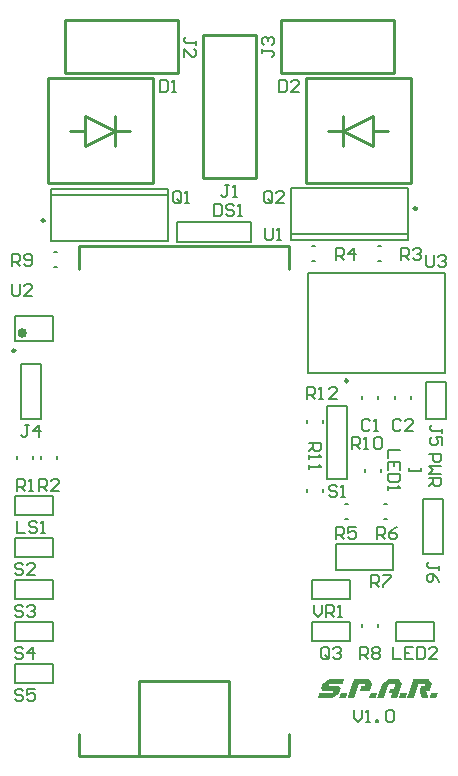
<source format=gbr>
%TF.GenerationSoftware,Altium Limited,Altium Designer,22.5.1 (42)*%
G04 Layer_Color=65535*
%FSLAX26Y26*%
%MOIN*%
%TF.SameCoordinates,CF75AC15-3A71-4360-887B-83ED2C6183BC*%
%TF.FilePolarity,Positive*%
%TF.FileFunction,Legend,Top*%
%TF.Part,Single*%
G01*
G75*
%TA.AperFunction,NonConductor*%
%ADD47C,0.009842*%
%ADD48C,0.015748*%
%ADD49C,0.010000*%
%ADD50C,0.007874*%
%ADD51C,0.005000*%
%ADD52C,0.007000*%
G36*
X1143638Y233656D02*
X1143821D01*
Y233474D01*
X1143638D01*
Y232925D01*
X1143455D01*
Y232559D01*
X1143272D01*
Y231828D01*
X1143090D01*
Y231463D01*
X1142907D01*
Y230914D01*
X1142724D01*
Y230366D01*
X1142541D01*
Y230000D01*
X1142358D01*
Y229269D01*
X1142176D01*
Y228903D01*
X1141993D01*
Y228172D01*
X1141810D01*
Y227806D01*
X1141627D01*
Y227258D01*
X1141444D01*
Y226709D01*
X1141261D01*
Y226344D01*
X1141079D01*
Y225612D01*
X1140896D01*
Y225064D01*
X1140713D01*
Y224698D01*
X1140530D01*
Y223967D01*
X1140347D01*
Y223601D01*
X1140165D01*
Y222870D01*
X1139982D01*
Y222505D01*
X1139799D01*
Y221956D01*
X1139616D01*
Y221408D01*
X1139433D01*
Y221042D01*
X1139251D01*
Y220311D01*
X1139068D01*
Y219945D01*
X1138885D01*
Y219214D01*
X1138702D01*
Y218848D01*
X1138519D01*
Y218117D01*
X1116399D01*
Y218665D01*
X1116581D01*
Y219214D01*
X1116764D01*
Y219762D01*
X1116947D01*
Y220311D01*
X1117130D01*
Y220676D01*
X1117313D01*
Y221408D01*
X1117495D01*
Y221773D01*
X1117678D01*
Y222322D01*
X1117861D01*
Y222870D01*
X1118044D01*
Y223236D01*
X1118227D01*
Y223967D01*
X1118409D01*
Y224333D01*
X1118592D01*
Y225064D01*
X1118775D01*
Y225612D01*
X1118958D01*
Y225978D01*
X1119141D01*
Y226709D01*
X1119324D01*
Y227075D01*
X1119506D01*
Y227623D01*
X1119689D01*
Y228172D01*
X1119872D01*
Y228537D01*
X1120055D01*
Y229269D01*
X1120238D01*
Y229634D01*
X1120420D01*
Y230366D01*
X1120603D01*
Y230731D01*
X1120786D01*
Y231280D01*
X1120969D01*
Y231828D01*
X1121152D01*
Y232194D01*
X1121334D01*
Y232925D01*
X1121517D01*
Y233291D01*
X1121700D01*
Y233839D01*
X1143638D01*
Y233656D01*
D02*
G37*
G36*
X1132852Y280823D02*
X1132669D01*
Y280274D01*
X1132486D01*
Y279909D01*
X1132303D01*
Y279177D01*
X1132121D01*
Y278812D01*
X1131938D01*
Y278263D01*
X1131755D01*
Y277715D01*
X1131572D01*
Y277349D01*
X1131389D01*
Y276618D01*
X1131207D01*
Y276252D01*
X1131024D01*
Y275521D01*
X1130841D01*
Y275155D01*
X1130658D01*
Y274607D01*
X1130475D01*
Y274058D01*
X1130293D01*
Y273693D01*
X1130110D01*
Y272962D01*
X1129927D01*
Y272596D01*
X1129744D01*
Y272048D01*
X1129561D01*
Y271499D01*
X1129378D01*
Y271134D01*
X1129196D01*
Y270402D01*
X1129013D01*
Y270037D01*
X1128830D01*
Y269305D01*
X1128647D01*
Y268940D01*
X1128464D01*
Y268391D01*
X1128282D01*
Y267843D01*
X1128099D01*
Y267477D01*
X1127916D01*
Y266746D01*
X1127733D01*
Y266380D01*
X1127550D01*
Y265649D01*
X1127368D01*
Y265466D01*
X1083309D01*
Y265283D01*
X1083126D01*
Y264918D01*
X1082943D01*
Y264552D01*
X1082761D01*
Y263821D01*
X1082578D01*
Y263455D01*
X1082395D01*
Y262907D01*
X1082212D01*
Y262358D01*
X1082029D01*
Y261993D01*
X1081846D01*
Y261261D01*
X1081664D01*
Y260896D01*
X1081481D01*
Y260347D01*
X1081298D01*
Y259799D01*
X1081115D01*
Y259250D01*
X1080932D01*
Y258702D01*
X1080749D01*
Y258336D01*
X1080567D01*
Y257605D01*
X1116216D01*
Y257422D01*
X1116399D01*
Y257240D01*
X1116581D01*
Y257057D01*
X1116764D01*
Y256874D01*
X1116947D01*
Y256508D01*
X1117130D01*
Y256325D01*
X1117313D01*
Y255960D01*
X1117495D01*
Y255777D01*
X1117678D01*
Y255594D01*
X1117861D01*
Y255228D01*
X1118044D01*
Y255046D01*
X1118227D01*
Y254680D01*
X1118409D01*
Y254497D01*
X1118592D01*
Y254132D01*
X1118775D01*
Y253949D01*
X1118958D01*
Y253766D01*
X1119141D01*
Y253400D01*
X1119324D01*
Y253218D01*
X1119506D01*
Y252852D01*
X1119689D01*
Y252669D01*
X1119872D01*
Y252304D01*
X1120055D01*
Y252121D01*
X1120238D01*
Y251938D01*
X1120420D01*
Y251572D01*
X1120603D01*
Y251389D01*
X1120786D01*
Y251024D01*
X1120969D01*
Y250841D01*
X1121152D01*
Y250658D01*
X1121334D01*
Y250292D01*
X1121517D01*
Y250110D01*
X1121700D01*
Y248830D01*
X1121517D01*
Y248464D01*
X1121334D01*
Y247916D01*
X1121152D01*
Y247368D01*
X1120969D01*
Y246819D01*
X1120786D01*
Y246271D01*
X1120603D01*
Y245905D01*
X1120420D01*
Y245174D01*
X1120238D01*
Y244991D01*
X1120055D01*
Y244260D01*
X1119872D01*
Y243711D01*
X1119689D01*
Y243345D01*
X1119506D01*
Y242614D01*
X1119324D01*
Y242249D01*
X1119141D01*
Y241700D01*
X1118958D01*
Y241152D01*
X1118775D01*
Y240603D01*
X1118592D01*
Y240055D01*
X1118409D01*
Y239689D01*
X1118227D01*
Y238958D01*
X1118044D01*
Y238592D01*
X1117861D01*
Y238044D01*
X1117678D01*
Y237495D01*
X1117495D01*
Y237130D01*
X1117313D01*
Y236399D01*
X1117130D01*
Y236033D01*
X1116947D01*
Y235302D01*
X1116764D01*
Y234936D01*
X1116581D01*
Y234388D01*
X1116399D01*
Y234022D01*
X1116216D01*
Y233839D01*
X1116033D01*
Y233656D01*
X1115850D01*
Y233474D01*
X1115667D01*
Y233291D01*
X1115302D01*
Y233108D01*
X1115119D01*
Y232925D01*
X1114753D01*
Y232742D01*
X1114570D01*
Y232559D01*
X1114388D01*
Y232377D01*
X1114022D01*
Y232194D01*
X1113839D01*
Y232011D01*
X1113474D01*
Y231828D01*
X1113291D01*
Y231645D01*
X1112925D01*
Y231280D01*
X1112559D01*
Y231097D01*
X1112377D01*
Y230914D01*
X1112011D01*
Y230731D01*
X1111828D01*
Y230548D01*
X1111463D01*
Y230366D01*
X1111280D01*
Y230183D01*
X1111097D01*
Y230000D01*
X1110731D01*
Y229817D01*
X1110548D01*
Y229634D01*
X1110183D01*
Y229452D01*
X1110000D01*
Y229269D01*
X1109817D01*
Y229086D01*
X1109452D01*
Y228903D01*
X1109269D01*
Y228720D01*
X1108903D01*
Y228537D01*
X1108720D01*
Y228355D01*
X1108537D01*
Y228172D01*
X1108172D01*
Y227989D01*
X1107989D01*
Y227806D01*
X1107623D01*
Y227623D01*
X1107441D01*
Y227441D01*
X1107075D01*
Y227258D01*
X1106892D01*
Y227075D01*
X1106709D01*
Y226892D01*
X1106344D01*
Y226709D01*
X1106161D01*
Y226526D01*
X1105795D01*
Y226344D01*
X1105612D01*
Y226161D01*
X1105430D01*
Y225978D01*
X1105064D01*
Y225795D01*
X1104881D01*
Y225612D01*
X1104515D01*
Y225430D01*
X1104333D01*
Y225247D01*
X1104150D01*
Y225064D01*
X1103784D01*
Y224881D01*
X1103601D01*
Y224698D01*
X1103236D01*
Y224516D01*
X1103053D01*
Y224333D01*
X1102870D01*
Y224150D01*
X1102505D01*
Y223967D01*
X1102322D01*
Y223784D01*
X1101956D01*
Y223601D01*
X1101773D01*
Y223419D01*
X1101591D01*
Y223236D01*
X1101225D01*
Y223053D01*
X1101042D01*
Y222870D01*
X1100676D01*
Y222687D01*
X1100494D01*
Y222505D01*
X1100311D01*
Y222322D01*
X1099945D01*
Y222139D01*
X1099762D01*
Y221956D01*
X1099397D01*
Y221773D01*
X1099214D01*
Y221590D01*
X1099031D01*
Y221408D01*
X1098848D01*
Y221225D01*
X1098483D01*
Y221042D01*
X1098117D01*
Y220859D01*
X1097934D01*
Y220676D01*
X1097751D01*
Y220494D01*
X1097569D01*
Y220311D01*
X1097203D01*
Y220128D01*
X1097020D01*
Y219945D01*
X1096655D01*
Y219762D01*
X1096472D01*
Y219579D01*
X1096106D01*
Y219397D01*
X1095923D01*
Y219214D01*
X1095740D01*
Y219031D01*
X1095375D01*
Y218848D01*
X1095192D01*
Y218665D01*
X1094826D01*
Y218483D01*
X1094643D01*
Y218300D01*
X1094461D01*
Y218117D01*
X1044552D01*
Y218665D01*
X1044735D01*
Y218848D01*
X1044918D01*
Y219579D01*
X1045101D01*
Y219945D01*
X1045283D01*
Y220311D01*
X1045466D01*
Y221225D01*
X1045649D01*
Y221408D01*
X1045832D01*
Y222139D01*
X1046015D01*
Y222687D01*
X1046197D01*
Y223053D01*
X1046380D01*
Y223784D01*
X1046563D01*
Y224150D01*
X1046746D01*
Y224881D01*
X1046929D01*
Y225247D01*
X1047111D01*
Y225795D01*
X1047294D01*
Y226344D01*
X1047477D01*
Y226709D01*
X1047660D01*
Y227441D01*
X1047843D01*
Y227806D01*
X1048026D01*
Y228537D01*
X1048208D01*
Y228903D01*
X1048391D01*
Y229452D01*
X1048574D01*
Y230000D01*
X1048757D01*
Y230366D01*
X1048940D01*
Y231097D01*
X1049122D01*
Y231463D01*
X1049305D01*
Y232194D01*
X1049488D01*
Y232742D01*
X1049671D01*
Y233108D01*
X1049854D01*
Y233656D01*
X1050037D01*
Y233839D01*
X1094095D01*
Y234022D01*
X1094278D01*
Y234205D01*
X1094461D01*
Y234753D01*
X1094643D01*
Y235302D01*
X1094826D01*
Y235667D01*
X1095009D01*
Y236581D01*
X1095192D01*
Y236764D01*
X1095375D01*
Y237495D01*
X1095558D01*
Y237861D01*
X1095740D01*
Y238410D01*
X1095923D01*
Y239141D01*
X1096106D01*
Y239506D01*
X1096289D01*
Y240055D01*
X1096472D01*
Y240421D01*
X1096655D01*
Y240969D01*
X1096837D01*
Y241700D01*
X1061188D01*
Y241883D01*
X1060823D01*
Y242249D01*
X1060640D01*
Y242614D01*
X1060457D01*
Y242797D01*
X1060274D01*
Y242980D01*
X1060091D01*
Y243345D01*
X1059909D01*
Y243711D01*
X1059726D01*
Y243894D01*
X1059543D01*
Y244077D01*
X1059360D01*
Y244442D01*
X1059177D01*
Y244625D01*
X1058995D01*
Y244991D01*
X1058812D01*
Y245174D01*
X1058629D01*
Y245539D01*
X1058446D01*
Y245722D01*
X1058263D01*
Y245905D01*
X1058080D01*
Y246271D01*
X1057898D01*
Y246453D01*
X1057715D01*
Y246819D01*
X1057532D01*
Y247002D01*
X1057349D01*
Y247185D01*
X1057166D01*
Y247550D01*
X1056984D01*
Y247733D01*
X1056801D01*
Y248099D01*
X1056618D01*
Y248281D01*
X1056435D01*
Y248647D01*
X1056252D01*
Y248830D01*
X1056070D01*
Y249013D01*
X1055887D01*
Y249378D01*
X1055704D01*
Y250292D01*
X1055887D01*
Y250841D01*
X1056070D01*
Y251389D01*
X1056252D01*
Y251755D01*
X1056435D01*
Y252486D01*
X1056618D01*
Y252852D01*
X1056801D01*
Y253583D01*
X1056984D01*
Y253949D01*
X1057166D01*
Y254497D01*
X1057349D01*
Y255046D01*
X1057532D01*
Y255411D01*
X1057715D01*
Y256143D01*
X1057898D01*
Y256508D01*
X1058080D01*
Y257240D01*
X1058263D01*
Y257605D01*
X1058446D01*
Y257971D01*
X1058629D01*
Y258885D01*
X1058812D01*
Y259068D01*
X1058995D01*
Y259799D01*
X1059177D01*
Y260347D01*
X1059360D01*
Y260713D01*
X1059543D01*
Y261444D01*
X1059726D01*
Y261810D01*
X1059909D01*
Y262541D01*
X1060091D01*
Y262907D01*
X1060274D01*
Y263455D01*
X1060457D01*
Y264004D01*
X1060640D01*
Y264369D01*
X1060823D01*
Y265101D01*
X1061005D01*
Y265283D01*
X1061188D01*
Y265466D01*
X1061371D01*
Y265649D01*
X1061554D01*
Y265832D01*
X1061737D01*
Y266015D01*
X1062102D01*
Y266197D01*
X1062285D01*
Y266380D01*
X1062468D01*
Y266563D01*
X1062834D01*
Y266746D01*
X1063016D01*
Y266929D01*
X1063382D01*
Y267111D01*
X1063565D01*
Y267294D01*
X1063748D01*
Y267477D01*
X1064113D01*
Y267660D01*
X1064296D01*
Y267843D01*
X1064479D01*
Y268026D01*
X1064845D01*
Y268208D01*
X1065027D01*
Y268391D01*
X1065393D01*
Y268574D01*
X1065576D01*
Y268757D01*
X1065759D01*
Y268940D01*
X1066124D01*
Y269123D01*
X1066307D01*
Y269305D01*
X1066673D01*
Y269488D01*
X1066856D01*
Y269671D01*
X1067221D01*
Y269854D01*
X1067404D01*
Y270037D01*
X1067587D01*
Y270219D01*
X1067953D01*
Y270402D01*
X1068135D01*
Y270585D01*
X1068501D01*
Y270768D01*
X1068684D01*
Y270951D01*
X1068867D01*
Y271134D01*
X1069232D01*
Y271316D01*
X1069415D01*
Y271499D01*
X1069781D01*
Y271682D01*
X1069963D01*
Y271865D01*
X1070146D01*
Y272048D01*
X1070512D01*
Y272230D01*
X1070695D01*
Y272413D01*
X1071060D01*
Y272596D01*
X1071243D01*
Y272779D01*
X1071609D01*
Y272962D01*
X1071792D01*
Y273144D01*
X1071974D01*
Y273327D01*
X1072340D01*
Y273510D01*
X1072523D01*
Y273693D01*
X1072889D01*
Y273876D01*
X1073071D01*
Y274058D01*
X1073254D01*
Y274241D01*
X1073620D01*
Y274424D01*
X1073803D01*
Y274607D01*
X1074168D01*
Y274790D01*
X1074351D01*
Y274973D01*
X1074534D01*
Y275155D01*
X1074899D01*
Y275338D01*
X1075082D01*
Y275521D01*
X1075448D01*
Y275704D01*
X1075631D01*
Y275887D01*
X1075996D01*
Y276070D01*
X1076179D01*
Y276252D01*
X1076362D01*
Y276435D01*
X1076728D01*
Y276618D01*
X1076910D01*
Y276801D01*
X1077276D01*
Y276983D01*
X1077459D01*
Y277166D01*
X1077642D01*
Y277349D01*
X1078007D01*
Y277532D01*
X1078190D01*
Y277715D01*
X1078556D01*
Y277898D01*
X1078739D01*
Y278080D01*
X1078921D01*
Y278263D01*
X1079287D01*
Y278446D01*
X1079470D01*
Y278629D01*
X1079835D01*
Y278812D01*
X1080018D01*
Y278995D01*
X1080384D01*
Y279177D01*
X1080567D01*
Y279360D01*
X1080749D01*
Y279543D01*
X1080932D01*
Y279726D01*
X1081298D01*
Y279909D01*
X1081481D01*
Y280091D01*
X1081846D01*
Y280274D01*
X1082029D01*
Y280457D01*
X1082212D01*
Y280640D01*
X1082578D01*
Y280823D01*
X1082943D01*
Y281188D01*
X1132852D01*
Y280823D01*
D02*
G37*
G36*
X1215667Y281005D02*
X1215850D01*
Y280823D01*
X1216033D01*
Y280457D01*
X1216216D01*
Y280274D01*
X1216399D01*
Y279909D01*
X1216581D01*
Y279726D01*
X1216764D01*
Y279543D01*
X1216947D01*
Y279177D01*
X1217130D01*
Y278995D01*
X1217313D01*
Y278629D01*
X1217495D01*
Y278446D01*
X1217678D01*
Y278080D01*
X1217861D01*
Y277898D01*
X1218044D01*
Y277715D01*
X1218227D01*
Y277349D01*
X1218409D01*
Y277166D01*
X1218592D01*
Y276801D01*
X1218775D01*
Y276618D01*
X1218958D01*
Y276252D01*
X1219141D01*
Y276070D01*
X1219324D01*
Y275887D01*
X1219506D01*
Y275521D01*
X1219689D01*
Y275338D01*
X1219872D01*
Y274973D01*
X1220055D01*
Y274607D01*
X1220238D01*
Y274424D01*
X1220420D01*
Y274241D01*
X1220603D01*
Y274058D01*
X1220786D01*
Y273693D01*
X1220969D01*
Y273327D01*
X1221152D01*
Y273144D01*
X1221334D01*
Y272962D01*
X1221517D01*
Y272596D01*
X1221700D01*
Y272413D01*
X1221883D01*
Y272048D01*
X1222066D01*
Y271865D01*
X1222249D01*
Y271499D01*
X1222431D01*
Y271316D01*
X1222614D01*
Y271134D01*
X1222797D01*
Y270768D01*
X1222980D01*
Y270585D01*
X1223163D01*
Y270402D01*
Y270219D01*
X1223345D01*
Y270037D01*
X1223528D01*
Y269671D01*
X1223711D01*
Y269488D01*
X1223894D01*
Y269305D01*
X1224077D01*
Y268940D01*
X1224260D01*
Y268757D01*
X1224442D01*
Y268391D01*
X1224625D01*
Y268208D01*
X1224808D01*
Y267843D01*
X1224991D01*
Y267660D01*
X1225174D01*
Y267477D01*
X1225357D01*
Y267111D01*
X1225539D01*
Y266929D01*
X1225722D01*
Y266563D01*
X1225905D01*
Y266380D01*
X1226088D01*
Y266015D01*
X1226271D01*
Y265832D01*
X1226453D01*
Y265649D01*
X1226636D01*
Y265101D01*
X1226453D01*
Y264552D01*
X1226271D01*
Y264187D01*
X1226088D01*
Y263455D01*
X1225905D01*
Y263090D01*
X1225722D01*
Y262358D01*
X1225539D01*
Y261993D01*
X1225357D01*
Y261444D01*
X1225174D01*
Y260896D01*
X1224991D01*
Y260530D01*
X1224808D01*
Y259799D01*
X1224625D01*
Y259433D01*
X1224442D01*
Y258885D01*
X1224260D01*
Y258336D01*
X1224077D01*
Y257788D01*
X1223894D01*
Y257240D01*
X1223711D01*
Y256874D01*
X1223528D01*
Y256143D01*
X1223345D01*
Y255777D01*
X1223163D01*
Y255228D01*
X1222980D01*
Y254680D01*
X1222797D01*
Y254132D01*
X1222614D01*
Y253583D01*
X1222431D01*
Y253218D01*
X1222249D01*
Y252486D01*
X1222066D01*
Y252121D01*
X1221883D01*
Y251572D01*
X1221700D01*
Y250841D01*
X1221517D01*
Y250475D01*
X1221334D01*
Y249927D01*
X1221152D01*
Y249378D01*
X1220969D01*
Y248830D01*
X1220786D01*
Y248281D01*
X1220603D01*
Y247916D01*
X1220420D01*
Y247185D01*
X1220238D01*
Y246819D01*
X1220055D01*
Y246271D01*
X1219872D01*
Y245722D01*
X1219689D01*
Y245357D01*
X1219506D01*
Y244625D01*
X1219324D01*
Y244260D01*
X1219141D01*
Y243528D01*
X1218958D01*
Y243163D01*
X1218775D01*
Y242614D01*
X1218592D01*
Y242066D01*
X1218409D01*
Y241883D01*
X1218227D01*
Y241700D01*
X1185503D01*
Y241883D01*
X1185320D01*
Y242431D01*
X1185503D01*
Y242797D01*
X1185686D01*
Y243345D01*
X1185868D01*
Y243894D01*
X1186051D01*
Y244260D01*
X1186234D01*
Y244991D01*
X1186417D01*
Y245357D01*
X1186600D01*
Y246088D01*
X1186782D01*
Y246453D01*
X1186965D01*
Y247002D01*
X1187148D01*
Y247550D01*
X1187331D01*
Y247916D01*
X1187514D01*
Y248647D01*
X1187697D01*
Y249013D01*
X1187879D01*
Y249561D01*
X1188062D01*
Y250110D01*
X1188245D01*
Y250475D01*
X1188428D01*
Y251207D01*
X1188611D01*
Y251572D01*
X1188793D01*
Y252304D01*
X1188976D01*
Y252669D01*
X1189159D01*
Y253218D01*
X1189342D01*
Y253766D01*
X1189525D01*
Y254132D01*
X1189707D01*
Y254863D01*
X1189890D01*
Y255228D01*
X1190073D01*
Y255777D01*
X1190256D01*
Y256325D01*
X1190439D01*
Y256691D01*
X1190622D01*
Y257422D01*
X1190987D01*
Y257605D01*
X1201956D01*
Y258336D01*
X1202139D01*
Y258702D01*
X1202322D01*
Y259250D01*
X1202505D01*
Y259799D01*
X1202687D01*
Y260164D01*
X1202870D01*
Y260896D01*
X1203053D01*
Y261261D01*
X1203236D01*
Y261810D01*
X1203419D01*
Y262358D01*
X1203601D01*
Y262724D01*
X1203784D01*
Y263455D01*
X1203967D01*
Y263821D01*
X1204150D01*
Y264552D01*
X1204333D01*
Y264918D01*
X1204515D01*
Y265283D01*
X1204333D01*
Y265466D01*
X1182761D01*
Y265283D01*
X1182395D01*
Y264918D01*
X1182212D01*
Y264369D01*
X1182029D01*
Y263821D01*
X1181846D01*
Y263090D01*
X1181664D01*
Y262907D01*
X1181481D01*
Y262175D01*
X1181298D01*
Y261627D01*
X1181115D01*
Y261261D01*
X1180932D01*
Y260530D01*
X1180749D01*
Y260164D01*
X1180567D01*
Y259616D01*
X1180384D01*
Y259068D01*
X1180201D01*
Y258702D01*
X1180018D01*
Y257971D01*
X1179835D01*
Y257605D01*
X1179653D01*
Y256874D01*
X1179470D01*
Y256508D01*
X1179287D01*
Y255960D01*
X1179104D01*
Y255411D01*
X1178921D01*
Y255046D01*
X1178739D01*
Y254314D01*
X1178556D01*
Y253949D01*
X1178373D01*
Y253400D01*
X1178190D01*
Y252852D01*
X1178007D01*
Y252486D01*
X1177824D01*
Y251755D01*
X1177642D01*
Y251389D01*
X1177459D01*
Y250658D01*
X1177276D01*
Y250292D01*
X1177093D01*
Y249744D01*
X1176910D01*
Y249196D01*
X1176728D01*
Y248830D01*
X1176545D01*
Y248099D01*
X1176362D01*
Y247733D01*
X1176179D01*
Y247002D01*
X1175996D01*
Y246636D01*
X1175813D01*
Y246271D01*
X1175631D01*
Y245539D01*
X1175448D01*
Y245174D01*
X1175265D01*
Y244442D01*
X1175082D01*
Y244077D01*
X1174899D01*
Y243528D01*
X1174717D01*
Y242980D01*
X1174534D01*
Y242614D01*
X1174351D01*
Y241883D01*
X1174168D01*
Y241517D01*
X1173985D01*
Y240786D01*
X1173803D01*
Y240421D01*
X1173620D01*
Y239872D01*
X1173437D01*
Y239324D01*
X1173254D01*
Y238958D01*
X1173071D01*
Y238227D01*
X1172889D01*
Y237861D01*
X1172706D01*
Y237313D01*
X1172523D01*
Y236764D01*
X1172340D01*
Y236399D01*
X1172157D01*
Y235667D01*
X1171974D01*
Y235302D01*
X1171792D01*
Y234570D01*
X1171609D01*
Y234205D01*
X1171426D01*
Y233656D01*
X1171243D01*
Y232925D01*
X1171060D01*
Y232559D01*
X1170878D01*
Y232011D01*
X1170695D01*
Y231645D01*
X1170512D01*
Y230914D01*
X1170329D01*
Y230366D01*
X1170146D01*
Y230000D01*
X1169963D01*
Y229269D01*
X1169781D01*
Y228903D01*
X1169598D01*
Y228355D01*
X1169415D01*
Y227806D01*
X1169232D01*
Y227258D01*
X1169049D01*
Y226709D01*
X1168867D01*
Y226344D01*
X1168684D01*
Y225612D01*
X1168501D01*
Y225247D01*
X1168318D01*
Y224698D01*
X1168135D01*
Y224150D01*
X1167953D01*
Y223784D01*
X1167770D01*
Y223053D01*
X1167587D01*
Y222687D01*
X1167404D01*
Y221956D01*
X1167221D01*
Y221590D01*
X1167038D01*
Y221042D01*
X1166856D01*
Y220494D01*
X1166673D01*
Y220128D01*
X1166490D01*
Y219397D01*
X1166307D01*
Y219031D01*
X1166124D01*
Y218483D01*
X1165941D01*
Y218117D01*
X1144004D01*
Y218665D01*
X1144187D01*
Y219397D01*
X1144369D01*
Y219762D01*
X1144552D01*
Y220494D01*
X1144735D01*
Y220859D01*
X1144918D01*
Y221408D01*
X1145101D01*
Y221956D01*
X1145283D01*
Y222322D01*
X1145466D01*
Y223053D01*
X1145649D01*
Y223419D01*
X1145832D01*
Y224150D01*
X1146015D01*
Y224516D01*
X1146197D01*
Y225064D01*
X1146380D01*
Y225612D01*
X1146563D01*
Y225978D01*
X1146746D01*
Y226709D01*
X1146929D01*
Y227075D01*
X1147111D01*
Y227806D01*
X1147294D01*
Y228172D01*
X1147477D01*
Y228537D01*
X1147660D01*
Y229452D01*
X1147843D01*
Y229634D01*
X1148026D01*
Y230366D01*
X1148208D01*
Y230731D01*
X1148391D01*
Y231280D01*
X1148574D01*
Y231828D01*
X1148757D01*
Y232194D01*
X1148940D01*
Y233108D01*
X1149122D01*
Y233291D01*
X1149305D01*
Y234022D01*
X1149488D01*
Y234570D01*
X1149671D01*
Y234936D01*
X1149854D01*
Y235667D01*
X1150037D01*
Y236033D01*
X1150219D01*
Y236764D01*
X1150402D01*
Y237130D01*
X1150585D01*
Y237495D01*
X1150768D01*
Y238227D01*
X1150951D01*
Y238592D01*
X1151133D01*
Y239324D01*
X1151316D01*
Y239689D01*
X1151499D01*
Y240238D01*
X1151682D01*
Y240786D01*
X1151865D01*
Y241152D01*
X1152047D01*
Y241883D01*
X1152230D01*
Y242249D01*
X1152413D01*
Y242980D01*
X1152596D01*
Y243345D01*
X1152779D01*
Y243894D01*
X1152962D01*
Y244442D01*
X1153144D01*
Y244808D01*
X1153327D01*
Y245539D01*
X1153510D01*
Y245905D01*
X1153693D01*
Y246453D01*
X1153876D01*
Y247002D01*
X1154059D01*
Y247368D01*
X1154241D01*
Y248099D01*
X1154424D01*
Y248464D01*
X1154607D01*
Y249196D01*
X1154790D01*
Y249561D01*
X1154973D01*
Y250110D01*
X1155155D01*
Y250658D01*
X1155338D01*
Y251207D01*
X1155521D01*
Y251755D01*
X1155704D01*
Y252121D01*
X1155887D01*
Y252852D01*
X1156070D01*
Y253400D01*
X1156252D01*
Y253766D01*
X1156435D01*
Y254497D01*
X1156618D01*
Y254863D01*
X1156801D01*
Y255411D01*
X1156984D01*
Y255960D01*
X1157166D01*
Y256325D01*
X1157349D01*
Y257057D01*
X1157532D01*
Y257422D01*
X1157715D01*
Y258154D01*
X1157898D01*
Y258519D01*
X1158080D01*
Y259068D01*
X1158263D01*
Y259616D01*
X1158446D01*
Y259982D01*
X1158629D01*
Y260713D01*
X1158812D01*
Y261079D01*
X1158995D01*
Y261810D01*
X1159177D01*
Y262175D01*
X1159360D01*
Y262724D01*
X1159543D01*
Y263272D01*
X1159726D01*
Y263638D01*
X1159909D01*
Y264369D01*
X1160091D01*
Y264735D01*
X1160274D01*
Y265283D01*
X1160457D01*
Y265832D01*
X1160640D01*
Y266197D01*
X1160823D01*
Y266929D01*
X1161005D01*
Y267294D01*
X1161188D01*
Y268026D01*
X1161371D01*
Y268391D01*
X1161554D01*
Y268940D01*
X1161737D01*
Y269488D01*
X1161920D01*
Y269854D01*
X1162102D01*
Y270585D01*
X1162285D01*
Y270951D01*
X1162468D01*
Y271682D01*
X1162651D01*
Y272048D01*
X1162834D01*
Y272596D01*
X1163016D01*
Y273144D01*
X1163199D01*
Y273510D01*
X1163382D01*
Y274241D01*
X1163565D01*
Y274790D01*
X1163748D01*
Y275155D01*
X1163930D01*
Y275887D01*
X1164113D01*
Y276252D01*
X1164296D01*
Y276983D01*
X1164479D01*
Y277166D01*
X1164662D01*
Y277898D01*
X1164845D01*
Y278446D01*
X1165027D01*
Y278812D01*
X1165210D01*
Y279543D01*
X1165393D01*
Y279909D01*
X1165576D01*
Y280457D01*
X1165759D01*
Y280823D01*
X1165941D01*
Y281188D01*
X1215667D01*
Y281005D01*
D02*
G37*
G36*
X1243090Y233291D02*
X1242907D01*
Y232925D01*
X1242724D01*
Y232194D01*
X1242541D01*
Y231828D01*
X1242358D01*
Y231280D01*
X1242176D01*
Y230914D01*
X1241993D01*
Y230183D01*
X1241810D01*
Y229634D01*
X1241627D01*
Y229269D01*
X1241444D01*
Y228537D01*
X1241261D01*
Y228172D01*
X1241079D01*
Y227441D01*
X1240896D01*
Y227075D01*
X1240713D01*
Y226526D01*
X1240530D01*
Y225978D01*
X1240347D01*
Y225612D01*
X1240165D01*
Y224881D01*
X1239982D01*
Y224516D01*
X1239799D01*
Y223784D01*
X1239616D01*
Y223419D01*
X1239433D01*
Y223053D01*
X1239251D01*
Y222322D01*
X1239068D01*
Y221956D01*
X1238885D01*
Y221225D01*
X1238702D01*
Y220859D01*
X1238519D01*
Y220311D01*
X1238336D01*
Y219579D01*
X1238154D01*
Y219397D01*
X1237971D01*
Y218483D01*
X1237788D01*
Y218117D01*
X1215667D01*
Y218665D01*
X1215850D01*
Y218848D01*
X1216033D01*
Y219762D01*
X1216216D01*
Y220128D01*
X1216399D01*
Y220676D01*
X1216581D01*
Y221225D01*
X1216764D01*
Y221590D01*
X1216947D01*
Y222322D01*
X1217130D01*
Y222687D01*
X1217313D01*
Y223419D01*
X1217495D01*
Y223784D01*
X1217678D01*
Y224333D01*
X1217861D01*
Y224881D01*
X1218044D01*
Y225247D01*
X1218227D01*
Y225978D01*
X1218409D01*
Y226344D01*
X1218592D01*
Y226892D01*
X1218775D01*
Y227441D01*
X1218958D01*
Y227806D01*
X1219141D01*
Y228720D01*
X1219324D01*
Y228903D01*
X1219506D01*
Y229634D01*
X1219689D01*
Y230183D01*
X1219872D01*
Y230548D01*
X1220055D01*
Y231280D01*
X1220238D01*
Y231645D01*
X1220420D01*
Y232377D01*
X1220603D01*
Y232742D01*
X1220786D01*
Y233291D01*
X1220969D01*
Y233656D01*
X1221152D01*
Y233839D01*
X1243090D01*
Y233291D01*
D02*
G37*
G36*
X1315119Y280823D02*
X1315302D01*
Y280640D01*
X1315485D01*
Y280274D01*
X1315667D01*
Y279909D01*
X1315850D01*
Y279726D01*
X1316033D01*
Y279543D01*
X1316216D01*
Y279360D01*
X1316399D01*
Y278995D01*
X1316581D01*
Y278629D01*
X1316764D01*
Y278446D01*
X1316947D01*
Y278080D01*
X1317130D01*
Y277898D01*
X1317313D01*
Y277715D01*
X1317495D01*
Y277349D01*
X1317678D01*
Y277166D01*
X1317861D01*
Y276801D01*
X1318044D01*
Y276618D01*
X1318227D01*
Y276435D01*
X1318409D01*
Y276070D01*
X1318592D01*
Y275887D01*
X1318775D01*
Y275521D01*
X1318958D01*
Y275338D01*
X1319141D01*
Y274973D01*
X1319324D01*
Y274790D01*
X1319506D01*
Y274424D01*
X1319689D01*
Y274241D01*
X1319872D01*
Y274058D01*
X1320055D01*
Y273693D01*
X1320238D01*
Y273510D01*
X1320420D01*
Y273144D01*
X1320603D01*
Y272962D01*
X1320786D01*
Y272779D01*
X1320969D01*
Y272413D01*
X1321152D01*
Y272230D01*
X1321334D01*
Y271865D01*
X1321517D01*
Y271682D01*
X1321700D01*
Y271316D01*
X1321883D01*
Y271134D01*
X1322066D01*
Y270951D01*
X1322249D01*
Y270585D01*
X1322431D01*
Y270402D01*
X1322614D01*
Y270037D01*
X1322797D01*
Y269854D01*
X1322980D01*
Y269488D01*
X1323163D01*
Y269305D01*
X1323345D01*
Y269123D01*
X1323528D01*
Y268757D01*
X1323711D01*
Y268574D01*
X1323894D01*
Y268208D01*
X1324077D01*
Y268026D01*
X1324260D01*
Y267843D01*
X1324442D01*
Y267477D01*
X1324625D01*
Y267294D01*
X1324808D01*
Y266929D01*
X1324991D01*
Y266746D01*
X1325174D01*
Y266380D01*
X1325357D01*
Y266197D01*
X1325539D01*
Y266015D01*
X1325722D01*
Y265649D01*
X1325905D01*
Y264918D01*
X1325722D01*
Y264369D01*
X1325539D01*
Y264004D01*
X1325357D01*
Y263455D01*
X1325174D01*
Y262907D01*
X1324991D01*
Y262358D01*
X1324808D01*
Y261810D01*
X1324625D01*
Y261444D01*
X1324442D01*
Y260713D01*
X1324260D01*
Y260347D01*
X1324077D01*
Y259799D01*
X1323894D01*
Y259068D01*
X1323711D01*
Y258885D01*
X1323528D01*
Y258154D01*
X1323345D01*
Y257788D01*
X1323163D01*
Y257057D01*
X1322980D01*
Y256508D01*
X1322797D01*
Y256143D01*
X1322614D01*
Y255411D01*
X1322431D01*
Y255046D01*
X1322249D01*
Y254497D01*
X1322066D01*
Y253949D01*
X1321883D01*
Y253583D01*
X1321700D01*
Y252852D01*
X1321517D01*
Y252486D01*
X1321334D01*
Y251755D01*
X1321152D01*
Y251389D01*
X1320969D01*
Y250841D01*
X1320786D01*
Y250292D01*
X1320603D01*
Y249927D01*
X1320420D01*
Y249196D01*
X1320238D01*
Y248830D01*
X1320055D01*
Y248099D01*
X1319872D01*
Y247733D01*
X1319689D01*
Y247185D01*
X1319506D01*
Y246636D01*
X1319324D01*
Y246271D01*
X1319141D01*
Y245539D01*
X1318958D01*
Y245174D01*
X1318775D01*
Y244625D01*
X1318592D01*
Y244077D01*
X1318409D01*
Y243528D01*
X1318227D01*
Y242980D01*
X1318044D01*
Y242614D01*
X1317861D01*
Y241883D01*
X1317678D01*
Y241517D01*
X1317495D01*
Y240969D01*
X1317313D01*
Y240238D01*
X1317130D01*
Y240055D01*
X1316947D01*
Y239324D01*
X1316764D01*
Y238958D01*
X1316581D01*
Y238227D01*
X1316399D01*
Y237678D01*
X1316216D01*
Y237313D01*
X1316033D01*
Y236581D01*
X1315850D01*
Y236216D01*
X1315667D01*
Y235667D01*
X1315485D01*
Y235119D01*
X1315302D01*
Y234753D01*
X1315119D01*
Y234022D01*
X1314936D01*
Y233656D01*
X1314753D01*
Y232925D01*
X1314570D01*
Y232559D01*
X1314388D01*
Y232011D01*
X1314205D01*
Y231463D01*
X1314022D01*
Y231097D01*
X1313839D01*
Y230366D01*
X1313656D01*
Y230000D01*
X1313474D01*
Y229269D01*
X1313291D01*
Y228903D01*
X1313108D01*
Y228355D01*
X1312925D01*
Y227806D01*
X1312742D01*
Y227441D01*
X1312559D01*
Y226709D01*
X1312377D01*
Y226344D01*
X1312194D01*
Y225795D01*
X1312011D01*
Y225064D01*
X1311828D01*
Y224698D01*
X1311645D01*
Y224150D01*
X1311463D01*
Y223784D01*
X1311280D01*
Y223053D01*
X1311097D01*
Y222687D01*
X1310914D01*
Y222139D01*
X1310731D01*
Y221408D01*
X1310548D01*
Y221042D01*
X1310366D01*
Y220311D01*
X1310183D01*
Y219945D01*
X1310000D01*
Y219397D01*
X1309817D01*
Y218848D01*
X1309634D01*
Y218483D01*
X1309452D01*
Y218117D01*
X1287331D01*
Y218300D01*
X1287514D01*
Y219031D01*
X1287697D01*
Y219397D01*
X1287879D01*
Y219945D01*
X1288062D01*
Y220494D01*
X1288245D01*
Y220859D01*
X1288428D01*
Y221590D01*
X1288611D01*
Y221956D01*
X1288793D01*
Y222687D01*
X1288976D01*
Y223236D01*
X1289159D01*
Y223601D01*
X1289342D01*
Y224333D01*
X1289525D01*
Y224516D01*
X1289707D01*
Y225247D01*
X1289890D01*
Y225612D01*
X1290073D01*
Y226161D01*
X1290256D01*
Y226709D01*
X1290439D01*
Y227075D01*
X1290622D01*
Y227989D01*
X1290804D01*
Y228172D01*
X1290987D01*
Y228903D01*
X1291170D01*
Y229452D01*
X1291353D01*
Y229817D01*
X1291536D01*
Y230548D01*
X1291718D01*
Y230731D01*
X1291901D01*
Y231463D01*
X1292084D01*
Y231828D01*
X1292267D01*
Y232377D01*
X1292450D01*
Y233108D01*
X1292632D01*
Y233291D01*
X1292815D01*
Y233839D01*
X1282029D01*
Y234022D01*
X1281846D01*
Y234570D01*
X1282029D01*
Y234753D01*
X1282212D01*
Y235484D01*
X1282395D01*
Y235850D01*
X1282578D01*
Y236399D01*
X1282761D01*
Y237130D01*
X1282943D01*
Y237313D01*
X1283126D01*
Y238227D01*
X1283309D01*
Y238592D01*
X1283492D01*
Y239141D01*
X1283675D01*
Y239689D01*
X1283857D01*
Y240055D01*
X1284040D01*
Y240786D01*
X1284223D01*
Y241152D01*
X1284406D01*
Y241700D01*
X1284589D01*
Y242249D01*
X1284772D01*
Y242614D01*
X1284954D01*
Y243345D01*
X1285137D01*
Y243711D01*
X1285320D01*
Y244442D01*
X1285503D01*
Y244808D01*
X1285686D01*
Y245357D01*
X1285868D01*
Y245905D01*
X1286051D01*
Y246271D01*
X1286234D01*
Y247002D01*
X1286417D01*
Y247368D01*
X1286600D01*
Y247916D01*
X1286782D01*
Y248464D01*
X1286965D01*
Y248830D01*
X1287148D01*
Y249378D01*
X1287331D01*
Y249561D01*
X1287697D01*
Y249744D01*
X1288245D01*
Y249561D01*
X1288428D01*
Y249744D01*
X1298483D01*
Y250475D01*
X1298665D01*
Y250841D01*
X1298848D01*
Y251389D01*
X1299031D01*
Y251938D01*
X1299214D01*
Y252304D01*
X1299397D01*
Y253035D01*
X1299580D01*
Y253400D01*
X1299762D01*
Y253949D01*
X1299945D01*
Y254497D01*
X1300128D01*
Y254863D01*
X1300311D01*
Y255594D01*
X1300494D01*
Y255960D01*
X1300676D01*
Y256691D01*
X1300859D01*
Y257057D01*
X1301042D01*
Y257605D01*
X1301225D01*
Y258154D01*
X1301408D01*
Y258519D01*
X1301591D01*
Y259250D01*
X1301773D01*
Y259616D01*
X1301956D01*
Y260347D01*
X1302139D01*
Y260713D01*
X1302322D01*
Y261079D01*
X1302505D01*
Y261810D01*
X1302687D01*
Y262175D01*
X1302870D01*
Y262907D01*
X1303053D01*
Y263272D01*
X1303236D01*
Y263821D01*
X1303419D01*
Y264369D01*
X1303601D01*
Y264735D01*
X1303784D01*
Y265283D01*
X1303601D01*
Y265466D01*
X1281846D01*
Y265101D01*
X1281664D01*
Y264735D01*
X1281481D01*
Y264187D01*
X1281298D01*
Y263638D01*
X1281115D01*
Y263272D01*
X1280932D01*
Y262541D01*
X1280749D01*
Y262175D01*
X1280567D01*
Y261444D01*
X1280384D01*
Y261079D01*
X1280201D01*
Y260530D01*
X1280018D01*
Y259982D01*
X1279835D01*
Y259616D01*
X1279653D01*
Y258885D01*
X1279470D01*
Y258519D01*
X1279287D01*
Y257971D01*
X1279104D01*
Y257422D01*
X1278921D01*
Y257057D01*
X1278739D01*
Y256325D01*
X1278556D01*
Y255960D01*
X1278373D01*
Y255228D01*
X1278190D01*
Y254863D01*
X1278007D01*
Y254314D01*
X1277824D01*
Y253766D01*
X1277642D01*
Y253400D01*
X1277459D01*
Y252669D01*
X1277276D01*
Y252304D01*
X1277093D01*
Y251755D01*
X1276910D01*
Y251207D01*
X1276728D01*
Y250841D01*
X1276545D01*
Y250110D01*
X1276362D01*
Y249744D01*
X1276179D01*
Y249013D01*
X1275996D01*
Y248647D01*
X1275813D01*
Y248099D01*
X1275631D01*
Y247550D01*
X1275448D01*
Y247185D01*
X1275265D01*
Y246453D01*
X1275082D01*
Y246088D01*
X1274899D01*
Y245357D01*
X1274717D01*
Y244991D01*
X1274534D01*
Y244442D01*
X1274351D01*
Y243894D01*
X1274168D01*
Y243528D01*
X1273985D01*
Y242797D01*
X1273803D01*
Y242431D01*
X1273620D01*
Y241883D01*
X1273437D01*
Y241335D01*
X1273254D01*
Y240969D01*
X1273071D01*
Y240238D01*
X1272889D01*
Y239872D01*
X1272706D01*
Y239141D01*
X1272523D01*
Y238775D01*
X1272340D01*
Y238227D01*
X1272157D01*
Y237678D01*
X1271974D01*
Y237313D01*
X1271792D01*
Y236581D01*
X1271609D01*
Y236216D01*
X1271426D01*
Y235667D01*
X1271243D01*
Y234936D01*
X1271060D01*
Y234753D01*
X1270878D01*
Y233839D01*
X1270695D01*
Y233474D01*
X1270512D01*
Y232925D01*
X1270329D01*
Y232559D01*
X1270146D01*
Y232011D01*
X1269963D01*
Y231280D01*
X1269781D01*
Y230914D01*
X1269598D01*
Y230366D01*
X1269415D01*
Y229817D01*
X1269232D01*
Y229452D01*
X1269049D01*
Y228720D01*
X1268867D01*
Y228355D01*
X1268684D01*
Y227623D01*
X1268501D01*
Y227258D01*
X1268318D01*
Y226709D01*
X1268135D01*
Y226161D01*
X1267953D01*
Y225795D01*
X1267770D01*
Y225064D01*
X1267587D01*
Y224698D01*
X1267404D01*
Y223967D01*
X1267221D01*
Y223601D01*
X1267038D01*
Y223053D01*
X1266856D01*
Y222322D01*
X1266673D01*
Y222139D01*
X1266490D01*
Y221408D01*
X1266307D01*
Y221042D01*
X1266124D01*
Y220311D01*
X1265941D01*
Y219945D01*
X1265759D01*
Y219397D01*
X1265576D01*
Y218665D01*
X1265393D01*
Y218300D01*
X1265210D01*
Y218117D01*
X1243272D01*
Y218848D01*
X1243455D01*
Y219214D01*
X1243638D01*
Y219762D01*
X1243821D01*
Y220128D01*
X1244004D01*
Y220676D01*
X1244187D01*
Y221408D01*
X1244369D01*
Y221773D01*
X1244552D01*
Y222505D01*
X1244735D01*
Y222870D01*
X1244918D01*
Y223419D01*
X1245101D01*
Y223967D01*
X1245283D01*
Y224333D01*
X1245466D01*
Y225064D01*
X1245649D01*
Y225430D01*
X1245832D01*
Y226161D01*
X1246015D01*
Y226526D01*
X1246197D01*
Y227075D01*
X1246380D01*
Y227623D01*
X1246563D01*
Y227989D01*
X1246746D01*
Y228720D01*
X1246929D01*
Y229086D01*
X1247111D01*
Y229634D01*
X1247294D01*
Y230183D01*
X1247477D01*
Y230731D01*
X1247660D01*
Y231280D01*
X1247843D01*
Y231645D01*
X1248026D01*
Y232377D01*
X1248208D01*
Y232742D01*
X1248391D01*
Y233291D01*
X1248574D01*
Y234022D01*
X1248757D01*
Y234205D01*
X1248940D01*
Y234936D01*
X1249122D01*
Y235302D01*
X1249305D01*
Y236033D01*
X1249488D01*
Y236581D01*
X1249671D01*
Y236947D01*
X1249854D01*
Y237678D01*
X1250037D01*
Y238044D01*
X1250219D01*
Y238592D01*
X1250402D01*
Y238958D01*
X1250585D01*
Y239506D01*
X1250768D01*
Y240238D01*
X1250951D01*
Y240603D01*
X1251133D01*
Y241335D01*
X1251316D01*
Y241700D01*
X1251499D01*
Y242249D01*
X1251682D01*
Y242797D01*
X1251865D01*
Y243163D01*
X1252047D01*
Y243894D01*
X1252230D01*
Y244260D01*
X1252413D01*
Y244991D01*
X1252596D01*
Y245357D01*
X1252779D01*
Y245905D01*
X1252962D01*
Y246453D01*
X1253144D01*
Y246819D01*
X1253327D01*
Y247550D01*
X1253510D01*
Y247916D01*
X1253693D01*
Y248464D01*
X1253876D01*
Y249013D01*
X1254059D01*
Y249561D01*
X1254241D01*
Y250110D01*
X1254424D01*
Y250475D01*
X1254607D01*
Y251207D01*
X1254790D01*
Y251572D01*
X1254973D01*
Y252121D01*
X1255155D01*
Y252852D01*
X1255338D01*
Y253035D01*
X1255521D01*
Y253766D01*
X1255704D01*
Y254132D01*
X1255887D01*
Y254863D01*
X1256070D01*
Y255411D01*
X1256252D01*
Y255777D01*
X1256435D01*
Y256508D01*
X1256618D01*
Y256874D01*
X1256801D01*
Y257422D01*
X1256984D01*
Y257971D01*
X1257166D01*
Y258336D01*
X1257349D01*
Y259068D01*
X1257532D01*
Y259433D01*
X1257715D01*
Y260164D01*
X1257898D01*
Y260530D01*
X1258080D01*
Y261079D01*
X1258263D01*
Y261627D01*
X1258446D01*
Y261993D01*
X1258629D01*
Y262724D01*
X1258812D01*
Y263090D01*
X1258995D01*
Y263821D01*
X1259177D01*
Y264187D01*
X1259360D01*
Y264735D01*
X1259543D01*
Y265283D01*
X1259726D01*
Y265466D01*
X1259909D01*
Y265649D01*
X1260091D01*
Y265832D01*
X1260457D01*
Y266015D01*
X1260640D01*
Y266197D01*
X1261005D01*
Y266380D01*
X1261188D01*
Y266563D01*
X1261371D01*
Y266746D01*
X1261737D01*
Y266929D01*
X1261920D01*
Y267111D01*
X1262285D01*
Y267294D01*
X1262468D01*
Y267477D01*
X1262651D01*
Y267660D01*
X1263016D01*
Y267843D01*
X1263199D01*
Y268026D01*
X1263565D01*
Y268208D01*
X1263748D01*
Y268391D01*
X1263930D01*
Y268574D01*
X1264296D01*
Y268757D01*
X1264479D01*
Y268940D01*
X1264845D01*
Y269123D01*
X1265027D01*
Y269305D01*
X1265393D01*
Y269488D01*
X1265576D01*
Y269671D01*
X1265759D01*
Y269854D01*
X1266124D01*
Y270037D01*
X1266307D01*
Y270219D01*
X1266673D01*
Y270402D01*
X1266856D01*
Y270585D01*
X1267038D01*
Y270768D01*
X1267404D01*
Y270951D01*
X1267587D01*
Y271134D01*
X1267953D01*
Y271316D01*
X1268135D01*
Y271499D01*
X1268318D01*
Y271682D01*
X1268684D01*
Y271865D01*
X1268867D01*
Y272048D01*
X1269232D01*
Y272230D01*
X1269415D01*
Y272413D01*
X1269598D01*
Y272596D01*
X1269963D01*
Y272779D01*
X1270146D01*
Y272962D01*
X1270512D01*
Y273144D01*
X1270695D01*
Y273327D01*
X1270878D01*
Y273510D01*
X1271243D01*
Y273693D01*
X1271426D01*
Y273876D01*
X1271609D01*
Y274058D01*
X1271974D01*
Y274241D01*
X1272157D01*
Y274424D01*
X1272340D01*
Y274607D01*
X1272706D01*
Y274790D01*
X1272889D01*
Y274973D01*
X1273254D01*
Y275155D01*
X1273437D01*
Y275338D01*
X1273620D01*
Y275521D01*
X1273985D01*
Y275704D01*
X1274168D01*
Y275887D01*
X1274534D01*
Y276070D01*
X1274717D01*
Y276252D01*
X1275082D01*
Y276435D01*
X1275265D01*
Y276618D01*
X1275448D01*
Y276801D01*
X1275813D01*
Y276983D01*
X1275996D01*
Y277166D01*
X1276362D01*
Y277349D01*
X1276545D01*
Y277532D01*
X1276728D01*
Y277715D01*
X1277093D01*
Y277898D01*
X1277276D01*
Y278080D01*
X1277642D01*
Y278263D01*
X1277824D01*
Y278446D01*
X1278007D01*
Y278629D01*
X1278373D01*
Y278812D01*
X1278556D01*
Y278995D01*
X1278921D01*
Y279177D01*
X1279104D01*
Y279360D01*
X1279470D01*
Y279543D01*
X1279653D01*
Y279726D01*
X1279835D01*
Y279909D01*
X1280201D01*
Y280091D01*
X1280384D01*
Y280274D01*
X1280749D01*
Y280457D01*
X1280932D01*
Y280640D01*
X1281115D01*
Y280823D01*
X1281481D01*
Y281188D01*
X1315119D01*
Y280823D01*
D02*
G37*
G36*
X1342358Y233108D02*
X1342176D01*
Y232742D01*
X1341993D01*
Y232194D01*
X1341810D01*
Y231645D01*
X1341627D01*
Y231280D01*
X1341444D01*
Y230548D01*
X1341261D01*
Y230183D01*
X1341079D01*
Y229452D01*
X1340896D01*
Y229086D01*
X1340713D01*
Y228537D01*
X1340530D01*
Y227989D01*
X1340347D01*
Y227623D01*
X1340165D01*
Y226892D01*
X1339982D01*
Y226526D01*
X1339799D01*
Y225795D01*
X1339616D01*
Y225430D01*
X1339433D01*
Y224881D01*
X1339251D01*
Y224150D01*
X1339068D01*
Y223967D01*
X1338885D01*
Y223236D01*
X1338702D01*
Y222687D01*
X1338519D01*
Y222139D01*
X1338336D01*
Y221590D01*
X1338154D01*
Y221225D01*
X1337971D01*
Y220494D01*
X1337788D01*
Y220128D01*
X1337605D01*
Y219579D01*
X1337422D01*
Y219031D01*
X1337239D01*
Y218665D01*
X1337057D01*
Y218117D01*
X1314936D01*
Y218300D01*
X1315119D01*
Y219031D01*
X1315302D01*
Y219397D01*
X1315485D01*
Y219945D01*
X1315667D01*
Y220494D01*
X1315850D01*
Y221042D01*
X1316033D01*
Y221590D01*
X1316216D01*
Y221956D01*
X1316399D01*
Y222687D01*
X1316581D01*
Y223236D01*
X1316764D01*
Y223601D01*
X1316947D01*
Y224333D01*
X1317130D01*
Y224698D01*
X1317313D01*
Y225430D01*
X1317495D01*
Y225795D01*
X1317678D01*
Y226161D01*
X1317861D01*
Y226892D01*
X1318044D01*
Y227258D01*
X1318227D01*
Y227989D01*
X1318409D01*
Y228355D01*
X1318592D01*
Y228903D01*
X1318775D01*
Y229452D01*
X1318958D01*
Y229817D01*
X1319141D01*
Y230548D01*
X1319324D01*
Y230914D01*
X1319506D01*
Y231645D01*
X1319689D01*
Y232011D01*
X1319872D01*
Y232559D01*
X1320055D01*
Y233108D01*
X1320238D01*
Y233656D01*
X1320420D01*
Y233839D01*
X1342358D01*
Y233108D01*
D02*
G37*
G36*
X1444552Y233291D02*
X1444187D01*
Y232559D01*
X1444004D01*
Y232011D01*
X1443821D01*
Y231645D01*
X1443638D01*
Y230914D01*
X1443455D01*
Y230548D01*
X1443272D01*
Y229817D01*
X1443090D01*
Y229452D01*
X1442907D01*
Y228903D01*
X1442724D01*
Y228355D01*
X1442541D01*
Y227989D01*
X1442358D01*
Y227258D01*
X1442176D01*
Y226892D01*
X1441993D01*
Y226161D01*
X1441810D01*
Y225795D01*
X1441627D01*
Y225430D01*
X1441444D01*
Y224698D01*
X1441261D01*
Y224333D01*
X1441079D01*
Y223601D01*
X1440896D01*
Y223236D01*
X1440713D01*
Y222687D01*
X1440530D01*
Y221956D01*
X1440347D01*
Y221590D01*
X1440165D01*
Y221042D01*
X1439982D01*
Y220676D01*
X1439799D01*
Y219945D01*
X1439616D01*
Y219397D01*
X1439433D01*
Y219031D01*
X1439251D01*
Y218117D01*
X1416947D01*
Y218300D01*
X1417130D01*
Y218665D01*
X1417313D01*
Y219397D01*
X1417495D01*
Y219762D01*
X1417678D01*
Y220311D01*
X1417861D01*
Y221042D01*
X1418044D01*
Y221225D01*
X1418227D01*
Y222139D01*
X1418409D01*
Y222505D01*
X1418592D01*
Y223053D01*
X1418775D01*
Y223601D01*
X1418958D01*
Y223967D01*
X1419141D01*
Y224698D01*
X1419324D01*
Y225064D01*
X1419506D01*
Y225612D01*
X1419689D01*
Y226161D01*
X1419872D01*
Y226526D01*
X1420055D01*
Y227258D01*
X1420238D01*
Y227623D01*
X1420420D01*
Y228355D01*
X1420603D01*
Y228720D01*
X1420786D01*
Y229269D01*
X1420969D01*
Y229817D01*
X1421152D01*
Y230183D01*
X1421334D01*
Y231097D01*
X1421517D01*
Y231280D01*
X1421700D01*
Y232011D01*
X1421883D01*
Y232377D01*
X1422066D01*
Y232925D01*
X1422249D01*
Y233656D01*
X1422431D01*
Y233839D01*
X1444552D01*
Y233291D01*
D02*
G37*
G36*
X1414388Y280823D02*
X1414570D01*
Y280640D01*
X1414753D01*
Y280274D01*
X1414936D01*
Y280091D01*
X1415119D01*
Y279909D01*
X1415302D01*
Y279543D01*
X1415485D01*
Y279360D01*
X1415667D01*
Y278995D01*
X1415850D01*
Y278812D01*
X1416033D01*
Y278446D01*
X1416216D01*
Y278263D01*
X1416399D01*
Y278080D01*
X1416581D01*
Y277715D01*
X1416764D01*
Y277532D01*
X1416947D01*
Y277166D01*
X1417130D01*
Y276983D01*
X1417313D01*
Y276618D01*
X1417495D01*
Y276435D01*
X1417678D01*
Y276252D01*
X1417861D01*
Y275887D01*
X1418044D01*
Y275704D01*
X1418227D01*
Y275338D01*
X1418409D01*
Y275155D01*
X1418592D01*
Y274790D01*
X1418775D01*
Y274607D01*
X1418958D01*
Y274424D01*
X1419141D01*
Y274058D01*
X1419324D01*
Y273876D01*
X1419506D01*
Y273510D01*
X1419689D01*
Y273327D01*
X1419872D01*
Y273144D01*
X1420055D01*
Y272779D01*
X1420238D01*
Y272596D01*
X1420420D01*
Y272230D01*
X1420603D01*
Y272048D01*
X1420786D01*
Y271682D01*
X1420969D01*
Y271499D01*
X1421152D01*
Y271316D01*
X1421334D01*
Y270951D01*
X1421517D01*
Y270768D01*
X1421700D01*
Y270402D01*
X1421883D01*
Y270219D01*
X1422066D01*
Y269854D01*
X1422249D01*
Y269671D01*
X1422431D01*
Y269488D01*
X1422614D01*
Y269123D01*
X1422797D01*
Y268940D01*
X1422980D01*
Y268574D01*
X1423163D01*
Y268391D01*
X1423345D01*
Y268026D01*
X1423528D01*
Y267843D01*
X1423711D01*
Y267660D01*
X1423894D01*
Y267294D01*
X1424077D01*
Y267111D01*
X1424260D01*
Y266746D01*
X1424442D01*
Y266563D01*
X1424625D01*
Y266197D01*
X1424808D01*
Y266015D01*
X1424991D01*
Y265832D01*
X1425174D01*
Y264735D01*
X1424991D01*
Y264552D01*
X1424808D01*
Y263638D01*
X1424625D01*
Y263272D01*
X1424442D01*
Y262724D01*
X1424260D01*
Y262175D01*
X1424077D01*
Y261810D01*
X1423894D01*
Y261079D01*
X1423711D01*
Y260713D01*
X1423528D01*
Y259982D01*
X1423345D01*
Y259616D01*
X1423163D01*
Y259068D01*
X1422980D01*
Y258519D01*
X1422797D01*
Y258154D01*
X1422614D01*
Y257422D01*
X1422431D01*
Y257057D01*
X1422249D01*
Y256325D01*
X1422066D01*
Y255960D01*
X1421883D01*
Y255594D01*
X1421700D01*
Y254863D01*
X1421517D01*
Y254497D01*
X1421334D01*
Y253766D01*
X1421152D01*
Y253400D01*
X1420969D01*
Y252852D01*
X1420786D01*
Y252304D01*
X1420603D01*
Y251938D01*
X1420420D01*
Y251207D01*
X1420238D01*
Y250841D01*
X1420055D01*
Y250110D01*
X1419872D01*
Y249744D01*
X1419689D01*
Y249196D01*
X1419506D01*
Y248464D01*
X1419324D01*
Y248281D01*
X1419141D01*
Y247550D01*
X1418958D01*
Y247185D01*
X1418775D01*
Y246453D01*
X1418592D01*
Y245905D01*
X1418409D01*
Y245539D01*
X1418227D01*
Y244808D01*
X1418044D01*
Y244442D01*
X1417861D01*
Y243894D01*
X1417678D01*
Y243345D01*
X1417495D01*
Y242980D01*
X1417313D01*
Y242249D01*
X1417130D01*
Y241883D01*
X1416764D01*
Y241700D01*
X1405978D01*
Y241335D01*
X1406161D01*
Y241152D01*
X1406344D01*
Y240421D01*
X1406526D01*
Y240055D01*
X1406709D01*
Y239506D01*
X1406892D01*
Y238958D01*
X1407075D01*
Y238592D01*
X1407258D01*
Y237861D01*
X1407441D01*
Y237495D01*
X1407623D01*
Y236947D01*
X1407806D01*
Y236399D01*
X1407989D01*
Y236033D01*
X1408172D01*
Y235119D01*
X1408355D01*
Y234936D01*
X1408537D01*
Y234205D01*
X1408720D01*
Y233839D01*
X1408903D01*
Y233291D01*
X1409086D01*
Y232559D01*
X1409269D01*
Y232377D01*
X1409452D01*
Y231463D01*
X1409634D01*
Y231097D01*
X1409817D01*
Y230548D01*
X1410000D01*
Y230000D01*
X1410183D01*
Y229634D01*
X1410366D01*
Y228903D01*
X1410548D01*
Y228720D01*
X1410731D01*
Y227806D01*
X1410914D01*
Y227441D01*
X1411097D01*
Y227075D01*
X1411280D01*
Y226344D01*
X1411463D01*
Y225978D01*
X1411645D01*
Y225247D01*
X1411828D01*
Y224881D01*
X1412011D01*
Y224333D01*
X1412194D01*
Y223784D01*
X1412377D01*
Y223419D01*
X1412559D01*
Y222687D01*
X1412742D01*
Y222322D01*
X1412925D01*
Y221590D01*
X1413108D01*
Y221225D01*
X1413291D01*
Y220676D01*
X1413474D01*
Y220128D01*
X1413656D01*
Y219762D01*
X1413839D01*
Y218848D01*
X1414022D01*
Y218665D01*
X1414205D01*
Y218117D01*
X1392084D01*
Y218665D01*
X1391901D01*
Y219397D01*
X1391718D01*
Y219579D01*
X1391536D01*
Y220311D01*
X1391353D01*
Y220859D01*
X1391170D01*
Y221225D01*
X1390987D01*
Y221956D01*
X1390804D01*
Y222322D01*
X1390622D01*
Y223053D01*
X1390439D01*
Y223419D01*
X1390256D01*
Y223967D01*
X1390073D01*
Y224516D01*
X1389890D01*
Y224881D01*
X1389707D01*
Y225612D01*
X1389525D01*
Y225795D01*
X1389342D01*
Y226526D01*
X1389159D01*
Y227075D01*
X1388976D01*
Y227441D01*
X1388793D01*
Y228172D01*
X1388611D01*
Y228537D01*
X1388428D01*
Y229269D01*
X1388245D01*
Y229634D01*
X1388062D01*
Y230183D01*
X1387879D01*
Y230731D01*
X1387697D01*
Y231097D01*
X1387514D01*
Y231828D01*
X1387331D01*
Y232194D01*
X1387148D01*
Y232742D01*
X1386965D01*
Y233291D01*
X1386782D01*
Y233656D01*
X1386600D01*
Y234388D01*
X1386417D01*
Y234753D01*
X1386234D01*
Y235484D01*
X1386051D01*
Y235850D01*
X1385868D01*
Y236399D01*
X1385686D01*
Y236947D01*
X1385503D01*
Y237313D01*
X1385320D01*
Y238044D01*
X1385137D01*
Y238410D01*
X1384954D01*
Y239141D01*
X1384772D01*
Y239506D01*
X1384589D01*
Y239872D01*
X1384406D01*
Y240603D01*
X1384223D01*
Y240969D01*
X1384040D01*
Y242614D01*
X1384223D01*
Y242980D01*
X1384406D01*
Y243711D01*
X1384589D01*
Y244077D01*
X1384772D01*
Y244625D01*
X1384954D01*
Y245357D01*
X1385137D01*
Y245539D01*
X1385320D01*
Y246271D01*
X1385503D01*
Y246636D01*
X1385686D01*
Y247185D01*
X1385868D01*
Y247733D01*
X1386051D01*
Y248099D01*
X1386234D01*
Y248830D01*
X1386417D01*
Y249196D01*
X1386600D01*
Y249927D01*
X1386782D01*
Y250475D01*
X1386965D01*
Y250841D01*
X1387148D01*
Y251572D01*
X1387331D01*
Y251755D01*
X1387514D01*
Y252486D01*
X1387697D01*
Y252852D01*
X1387879D01*
Y253400D01*
X1388062D01*
Y254132D01*
X1388245D01*
Y254497D01*
X1388428D01*
Y255228D01*
X1388611D01*
Y255411D01*
X1388793D01*
Y256143D01*
X1388976D01*
Y256691D01*
X1389159D01*
Y257057D01*
X1389342D01*
Y257422D01*
X1389525D01*
Y257605D01*
X1400494D01*
Y257788D01*
X1400676D01*
Y258519D01*
X1400859D01*
Y259068D01*
X1401042D01*
Y259616D01*
X1401225D01*
Y260164D01*
X1401408D01*
Y260530D01*
X1401591D01*
Y261261D01*
X1401773D01*
Y261627D01*
X1401956D01*
Y262175D01*
X1402139D01*
Y262724D01*
X1402322D01*
Y263090D01*
X1402505D01*
Y263821D01*
X1402687D01*
Y264004D01*
X1402870D01*
Y264735D01*
X1403053D01*
Y265101D01*
X1403236D01*
Y265283D01*
X1403053D01*
Y265466D01*
X1381298D01*
Y265283D01*
X1381115D01*
Y265101D01*
X1380932D01*
Y264552D01*
X1380749D01*
Y264187D01*
X1380567D01*
Y263455D01*
X1380384D01*
Y262907D01*
X1380201D01*
Y262541D01*
X1380018D01*
Y261993D01*
X1379835D01*
Y261627D01*
X1379653D01*
Y260896D01*
X1379470D01*
Y260530D01*
X1379287D01*
Y259799D01*
X1379104D01*
Y259433D01*
X1378921D01*
Y258885D01*
X1378739D01*
Y258154D01*
X1378556D01*
Y257788D01*
X1378373D01*
Y257240D01*
X1378190D01*
Y256874D01*
X1378007D01*
Y256325D01*
X1377824D01*
Y255594D01*
X1377642D01*
Y255411D01*
X1377459D01*
Y254680D01*
X1377276D01*
Y254314D01*
X1377093D01*
Y253583D01*
X1376910D01*
Y253035D01*
X1376728D01*
Y252669D01*
X1376545D01*
Y251938D01*
X1376362D01*
Y251755D01*
X1376179D01*
Y251024D01*
X1375996D01*
Y250475D01*
X1375813D01*
Y250110D01*
X1375631D01*
Y249378D01*
X1375448D01*
Y249013D01*
X1375265D01*
Y248281D01*
X1375082D01*
Y248099D01*
X1374899D01*
Y247368D01*
X1374717D01*
Y246819D01*
X1374534D01*
Y246453D01*
X1374351D01*
Y245722D01*
X1374168D01*
Y245357D01*
X1373985D01*
Y244808D01*
X1373803D01*
Y244260D01*
X1373620D01*
Y243894D01*
X1373437D01*
Y243163D01*
X1373254D01*
Y242797D01*
X1373071D01*
Y242066D01*
X1372889D01*
Y241700D01*
X1372706D01*
Y241152D01*
X1372523D01*
Y240603D01*
X1372340D01*
Y240238D01*
X1372157D01*
Y239506D01*
X1371974D01*
Y239141D01*
X1371792D01*
Y238410D01*
X1371609D01*
Y238044D01*
X1371426D01*
Y237495D01*
X1371243D01*
Y236947D01*
X1371060D01*
Y236581D01*
X1370878D01*
Y235850D01*
X1370695D01*
Y235484D01*
X1370512D01*
Y234936D01*
X1370329D01*
Y234388D01*
X1370146D01*
Y234022D01*
X1369963D01*
Y233291D01*
X1369781D01*
Y232925D01*
X1369598D01*
Y232194D01*
X1369415D01*
Y231828D01*
X1369232D01*
Y231280D01*
X1369049D01*
Y230731D01*
X1368867D01*
Y230366D01*
X1368684D01*
Y229634D01*
X1368501D01*
Y229269D01*
X1368318D01*
Y228537D01*
X1368135D01*
Y228172D01*
X1367953D01*
Y227623D01*
X1367770D01*
Y226892D01*
X1367587D01*
Y226709D01*
X1367404D01*
Y225978D01*
X1367221D01*
Y225430D01*
X1367038D01*
Y225064D01*
X1366856D01*
Y224333D01*
X1366673D01*
Y223967D01*
X1366490D01*
Y223236D01*
X1366307D01*
Y222870D01*
X1366124D01*
Y222322D01*
X1365941D01*
Y221773D01*
X1365759D01*
Y221408D01*
X1365576D01*
Y220676D01*
X1365393D01*
Y220311D01*
X1365210D01*
Y219579D01*
X1365027D01*
Y219214D01*
X1364845D01*
Y218665D01*
X1364662D01*
Y218117D01*
X1342541D01*
Y218483D01*
X1342724D01*
Y219031D01*
X1342907D01*
Y219579D01*
X1343090D01*
Y219945D01*
X1343272D01*
Y220676D01*
X1343455D01*
Y221042D01*
X1343638D01*
Y221773D01*
X1343821D01*
Y222139D01*
X1344004D01*
Y222687D01*
X1344187D01*
Y223419D01*
X1344369D01*
Y223601D01*
X1344552D01*
Y224333D01*
X1344735D01*
Y224698D01*
X1344918D01*
Y225430D01*
X1345101D01*
Y225795D01*
X1345283D01*
Y226344D01*
X1345466D01*
Y227075D01*
X1345649D01*
Y227258D01*
X1345832D01*
Y227989D01*
X1346015D01*
Y228537D01*
X1346197D01*
Y228903D01*
X1346380D01*
Y229634D01*
X1346563D01*
Y230000D01*
X1346746D01*
Y230731D01*
X1346929D01*
Y231097D01*
X1347111D01*
Y231645D01*
X1347294D01*
Y232194D01*
X1347477D01*
Y232559D01*
X1347660D01*
Y233291D01*
X1347843D01*
Y233656D01*
X1348026D01*
Y234388D01*
X1348208D01*
Y234753D01*
X1348391D01*
Y235119D01*
X1348574D01*
Y235850D01*
X1348757D01*
Y236216D01*
X1348940D01*
Y236947D01*
X1349122D01*
Y237313D01*
X1349305D01*
Y237861D01*
X1349488D01*
Y238410D01*
X1349671D01*
Y238775D01*
X1349854D01*
Y239506D01*
X1350037D01*
Y239872D01*
X1350219D01*
Y240603D01*
X1350402D01*
Y240969D01*
X1350585D01*
Y241517D01*
X1350768D01*
Y242066D01*
X1350951D01*
Y242431D01*
X1351133D01*
Y243163D01*
X1351316D01*
Y243528D01*
X1351499D01*
Y244260D01*
X1351682D01*
Y244625D01*
X1351865D01*
Y245174D01*
X1352047D01*
Y245905D01*
X1352230D01*
Y246088D01*
X1352413D01*
Y246819D01*
X1352596D01*
Y247368D01*
X1352779D01*
Y247733D01*
X1352962D01*
Y248464D01*
X1353144D01*
Y248830D01*
X1353327D01*
Y249561D01*
X1353510D01*
Y249744D01*
X1353693D01*
Y250475D01*
X1353876D01*
Y251024D01*
X1354059D01*
Y251389D01*
X1354241D01*
Y252121D01*
X1354424D01*
Y252486D01*
X1354607D01*
Y253035D01*
X1354790D01*
Y253583D01*
X1354973D01*
Y253949D01*
X1355155D01*
Y254680D01*
X1355338D01*
Y255046D01*
X1355521D01*
Y255777D01*
X1355704D01*
Y256143D01*
X1355887D01*
Y256691D01*
X1356070D01*
Y257240D01*
X1356252D01*
Y257605D01*
X1356435D01*
Y258336D01*
X1356618D01*
Y258702D01*
X1356801D01*
Y259433D01*
X1356984D01*
Y259799D01*
X1357166D01*
Y260347D01*
X1357349D01*
Y260896D01*
X1357532D01*
Y261261D01*
X1357715D01*
Y261993D01*
X1357898D01*
Y262358D01*
X1358080D01*
Y262907D01*
X1358263D01*
Y263455D01*
X1358446D01*
Y263821D01*
X1358629D01*
Y264552D01*
X1358812D01*
Y264918D01*
X1358995D01*
Y265649D01*
X1359177D01*
Y266015D01*
X1359360D01*
Y266563D01*
X1359543D01*
Y267294D01*
X1359726D01*
Y267660D01*
X1359909D01*
Y268208D01*
X1360091D01*
Y268574D01*
X1360274D01*
Y269305D01*
X1360457D01*
Y269854D01*
X1360640D01*
Y270219D01*
X1360823D01*
Y270951D01*
X1361005D01*
Y271316D01*
X1361188D01*
Y271865D01*
X1361371D01*
Y272413D01*
X1361554D01*
Y272779D01*
X1361737D01*
Y273510D01*
X1361920D01*
Y273876D01*
X1362102D01*
Y274607D01*
X1362285D01*
Y274973D01*
X1362468D01*
Y275521D01*
X1362651D01*
Y276070D01*
X1362834D01*
Y276435D01*
X1363016D01*
Y277166D01*
X1363199D01*
Y277532D01*
X1363382D01*
Y278263D01*
X1363565D01*
Y278629D01*
X1363748D01*
Y279177D01*
X1363930D01*
Y279726D01*
X1364113D01*
Y280091D01*
X1364296D01*
Y280823D01*
X1364479D01*
Y281188D01*
X1414388D01*
Y280823D01*
D02*
G37*
D47*
X134449Y1810000D02*
G03*
X134449Y1810000I-4921J0D01*
G01*
X1144921Y1275669D02*
G03*
X1144921Y1275669I-4921J0D01*
G01*
X37008Y1376181D02*
G03*
X37008Y1376181I-4921J0D01*
G01*
X1375394Y1850000D02*
G03*
X1375394Y1850000I-4921J0D01*
G01*
D48*
X67874Y1435000D02*
G03*
X67874Y1435000I-7874J0D01*
G01*
D49*
X950000Y1650000D02*
Y1725000D01*
Y25000D02*
Y100000D01*
X250000Y1650000D02*
Y1725000D01*
Y25000D02*
Y100000D01*
X750000Y25000D02*
Y275000D01*
X450000D02*
X750000D01*
X450000Y25000D02*
Y275000D01*
X250000Y25000D02*
X950000D01*
X250000Y1725000D02*
X950000D01*
X662000Y1952000D02*
X838000D01*
X662000Y2428000D02*
X838000D01*
X662000Y1952000D02*
Y2428000D01*
X838000Y1952000D02*
Y2428000D01*
X202000Y2302000D02*
Y2478000D01*
X578000Y2302000D02*
Y2478000D01*
X202000D02*
X578000D01*
X202000Y2302000D02*
X578000D01*
X1298000D02*
Y2478000D01*
X922000Y2302000D02*
Y2478000D01*
Y2302000D02*
X1298000D01*
X922000Y2478000D02*
X1298000D01*
X270000Y2160000D02*
X370000Y2110000D01*
X270000Y2060000D02*
Y2160000D01*
Y2060000D02*
X370000Y2110000D01*
Y2060000D02*
Y2160000D01*
X220000Y2110000D02*
X270000D01*
X370000D02*
X420000D01*
X145000Y1935000D02*
X495000D01*
X145000Y2285000D02*
X495000D01*
X145000Y1935000D02*
Y2285000D01*
X495000Y1935000D02*
Y2285000D01*
X1130000Y2110000D02*
X1230000Y2060000D01*
Y2160000D01*
X1130000Y2110000D02*
X1230000Y2160000D01*
X1130000Y2060000D02*
Y2160000D01*
X1230000Y2110000D02*
X1280000D01*
X1080000D02*
X1130000D01*
X1005000Y2285000D02*
X1355000D01*
X1005000Y1935000D02*
X1355000D01*
Y2285000D01*
X1005000Y1935000D02*
Y2285000D01*
D50*
X1025000Y1726000D02*
X1035000D01*
X1025000Y1674000D02*
X1035000D01*
X155118Y1894646D02*
X544882D01*
X155118Y1914331D02*
X544882D01*
X155118Y1741102D02*
X544882D01*
Y1914331D01*
X155118Y1741102D02*
Y1914331D01*
X1009000Y905000D02*
Y915000D01*
X1061000Y905000D02*
Y915000D01*
X1265000Y814000D02*
X1275000D01*
X1265000Y866000D02*
X1275000D01*
X1009000Y1136417D02*
Y1146417D01*
X1061000Y1136417D02*
Y1146417D01*
X1135000Y814000D02*
X1145000D01*
X1135000Y866000D02*
X1145000D01*
X1246000Y455000D02*
Y465000D01*
X1194000Y455000D02*
Y465000D01*
X1245000Y1726000D02*
X1255000D01*
X1245000Y1674000D02*
X1255000D01*
X1013622Y1301260D02*
X1470315D01*
Y1635906D01*
X1013622D02*
X1470315D01*
X1013622Y1301260D02*
Y1635906D01*
X1356000Y1215000D02*
Y1225000D01*
X1304000Y1215000D02*
Y1225000D01*
X1246000Y1215000D02*
Y1225000D01*
X1194000Y1215000D02*
Y1225000D01*
X1350315Y974095D02*
Y985905D01*
X1389685Y974095D02*
Y985905D01*
X1350315Y974095D02*
X1389685D01*
X1256000Y971417D02*
Y981417D01*
X1204000Y971417D02*
Y981417D01*
X37008Y1408661D02*
X162992D01*
X37008Y1491339D02*
X162992D01*
X37008Y1408661D02*
Y1491339D01*
X162992Y1408661D02*
Y1491339D01*
X165000Y1654000D02*
X175000D01*
X165000Y1706000D02*
X175000D01*
X96000Y1015000D02*
Y1025000D01*
X44000Y1015000D02*
Y1025000D01*
X176000Y1015000D02*
Y1025000D01*
X124000Y1015000D02*
Y1025000D01*
X1344882Y1745669D02*
Y1918898D01*
X955118D02*
X1344882D01*
X955118Y1765354D02*
X1344882D01*
X955118Y1745669D02*
X1344882D01*
X955118D02*
Y1918898D01*
D51*
X823000Y1739500D02*
Y1805500D01*
X577000Y1739500D02*
Y1805500D01*
Y1739500D02*
X823000D01*
X577000Y1805500D02*
X823000D01*
X1077000Y1193000D02*
X1143000D01*
X1077000Y947000D02*
X1143000D01*
Y1193000D01*
X1077000Y947000D02*
Y1193000D01*
X57000Y1333000D02*
X123000D01*
X57000Y1147000D02*
X123000D01*
Y1333000D01*
X57000Y1147000D02*
Y1333000D01*
X1397000Y697000D02*
X1463000D01*
X1397000Y883000D02*
X1463000D01*
X1397000Y697000D02*
Y883000D01*
X1463000Y697000D02*
Y883000D01*
X1433000Y407000D02*
Y473000D01*
X1307000Y407000D02*
Y473000D01*
Y407000D02*
X1433000D01*
X1307000Y473000D02*
X1433000D01*
X1407000Y1147000D02*
X1473000D01*
X1407000Y1273000D02*
X1473000D01*
X1407000Y1147000D02*
Y1273000D01*
X1473000Y1147000D02*
Y1273000D01*
X163000Y827000D02*
Y893000D01*
X37000Y827000D02*
Y893000D01*
Y827000D02*
X163000D01*
X37000Y893000D02*
X163000D01*
X1153000Y407000D02*
Y473000D01*
X1027000Y407000D02*
Y473000D01*
Y407000D02*
X1153000D01*
X1027000Y473000D02*
X1153000D01*
X37000Y547000D02*
Y613000D01*
X163000Y547000D02*
Y613000D01*
X37000D02*
X163000D01*
X37000Y547000D02*
X163000D01*
X37000Y267000D02*
Y333000D01*
X163000Y267000D02*
Y333000D01*
X37000D02*
X163000D01*
X37000Y267000D02*
X163000D01*
X1027000Y547000D02*
Y613000D01*
X1153000Y547000D02*
Y613000D01*
X1027000D02*
X1153000D01*
X1027000Y547000D02*
X1153000D01*
X37000Y687000D02*
Y753000D01*
X163000Y687000D02*
Y753000D01*
X37000D02*
X163000D01*
X37000Y687000D02*
X163000D01*
X37000Y407000D02*
Y473000D01*
X163000Y407000D02*
Y473000D01*
X37000D02*
X163000D01*
X37000Y407000D02*
X163000D01*
X1105000Y646693D02*
X1295000D01*
X1105000D02*
Y733307D01*
X1295000D01*
Y646693D02*
Y733307D01*
D52*
X1167000Y176987D02*
Y150329D01*
X1180329Y137000D01*
X1193658Y150329D01*
Y176987D01*
X1206987Y137000D02*
X1220316D01*
X1213652D01*
Y176987D01*
X1206987Y170323D01*
X1240310Y137000D02*
Y143665D01*
X1246974D01*
Y137000D01*
X1240310D01*
X1273632Y170323D02*
X1280297Y176987D01*
X1293626D01*
X1300290Y170323D01*
Y143665D01*
X1293626Y137000D01*
X1280297D01*
X1273632Y143665D01*
Y170323D01*
X1417000Y1033000D02*
X1456987D01*
Y1013006D01*
X1450323Y1006342D01*
X1436994D01*
X1430329Y1013006D01*
Y1033000D01*
X1456987Y993013D02*
X1417000D01*
X1430329Y979684D01*
X1417000Y966355D01*
X1456987D01*
X1417000Y953026D02*
X1456987D01*
Y933032D01*
X1450323Y926368D01*
X1436994D01*
X1430329Y933032D01*
Y953026D01*
Y939697D02*
X1417000Y926368D01*
X1010016Y1215006D02*
Y1254994D01*
X1030010D01*
X1036674Y1248329D01*
Y1235000D01*
X1030010Y1228335D01*
X1010016D01*
X1023345D02*
X1036674Y1215006D01*
X1050003D02*
X1063332D01*
X1056668D01*
Y1254994D01*
X1050003Y1248329D01*
X1109984Y1215006D02*
X1083326D01*
X1109984Y1241665D01*
Y1248329D01*
X1103319Y1254994D01*
X1089990D01*
X1083326Y1248329D01*
X1015006Y1068319D02*
X1054994D01*
Y1048326D01*
X1048329Y1041661D01*
X1035000D01*
X1028335Y1048326D01*
Y1068319D01*
Y1054990D02*
X1015006Y1041661D01*
Y1028332D02*
Y1015003D01*
Y1021668D01*
X1054994D01*
X1048329Y1028332D01*
X1015006Y995010D02*
Y981681D01*
Y988345D01*
X1054994D01*
X1048329Y995010D01*
X1160016Y1050006D02*
Y1089994D01*
X1180010D01*
X1186674Y1083329D01*
Y1070000D01*
X1180010Y1063335D01*
X1160016D01*
X1173345D02*
X1186674Y1050006D01*
X1200003D02*
X1213332D01*
X1206668D01*
Y1089994D01*
X1200003Y1083329D01*
X1233326D02*
X1239990Y1089994D01*
X1253319D01*
X1259984Y1083329D01*
Y1056671D01*
X1253319Y1050006D01*
X1239990D01*
X1233326Y1056671D01*
Y1083329D01*
X1319994Y1046645D02*
X1280006D01*
Y1019987D01*
X1319994Y980000D02*
Y1006658D01*
X1280006D01*
Y980000D01*
X1300000Y1006658D02*
Y993329D01*
X1319994Y966671D02*
X1280006D01*
Y946677D01*
X1286671Y940013D01*
X1313329D01*
X1319994Y946677D01*
Y966671D01*
X1280006Y926684D02*
Y913355D01*
Y920019D01*
X1319994D01*
X1313329Y926684D01*
X1449994Y646664D02*
Y659994D01*
Y653329D01*
X1416671D01*
X1410006Y659994D01*
Y666658D01*
X1416671Y673322D01*
X1449994Y606677D02*
X1443329Y620006D01*
X1430000Y633335D01*
X1416671D01*
X1410006Y626671D01*
Y613342D01*
X1416671Y606677D01*
X1423335D01*
X1430000Y613342D01*
Y633335D01*
X63336Y383329D02*
X56671Y389994D01*
X43342D01*
X36678Y383329D01*
Y376664D01*
X43342Y370000D01*
X56671D01*
X63336Y363336D01*
Y356671D01*
X56671Y350007D01*
X43342D01*
X36678Y356671D01*
X96658Y350007D02*
Y389994D01*
X76665Y370000D01*
X103323D01*
X63336Y663329D02*
X56671Y669994D01*
X43342D01*
X36678Y663329D01*
Y656664D01*
X43342Y650000D01*
X56671D01*
X63336Y643336D01*
Y636671D01*
X56671Y630006D01*
X43342D01*
X36678Y636671D01*
X103323Y630006D02*
X76665D01*
X103323Y656664D01*
Y663329D01*
X96658Y669994D01*
X83329D01*
X76665Y663329D01*
X1406678Y1694994D02*
Y1661671D01*
X1413342Y1655006D01*
X1426671D01*
X1433335Y1661671D01*
Y1694994D01*
X1446665Y1688329D02*
X1453329Y1694994D01*
X1466658D01*
X1473323Y1688329D01*
Y1681665D01*
X1466658Y1675000D01*
X1459994D01*
X1466658D01*
X1473323Y1668335D01*
Y1661671D01*
X1466658Y1655006D01*
X1453329D01*
X1446665Y1661671D01*
X26677Y1599994D02*
Y1566671D01*
X33342Y1560006D01*
X46671D01*
X53336Y1566671D01*
Y1599994D01*
X93323Y1560006D02*
X66665D01*
X93323Y1586665D01*
Y1593329D01*
X86658Y1599994D01*
X73329D01*
X66665Y1593329D01*
X893336Y1876671D02*
Y1903329D01*
X886671Y1909994D01*
X873342D01*
X866678Y1903329D01*
Y1876671D01*
X873342Y1870006D01*
X886671D01*
X880006Y1883335D02*
X893336Y1870006D01*
X886671D02*
X893336Y1876671D01*
X933323Y1870006D02*
X906665D01*
X933323Y1896665D01*
Y1903329D01*
X926658Y1909994D01*
X913329D01*
X906665Y1903329D01*
X1033348Y529994D02*
Y503336D01*
X1046677Y490007D01*
X1060006Y503336D01*
Y529994D01*
X1073335Y490007D02*
Y529994D01*
X1093329D01*
X1099994Y523329D01*
Y510000D01*
X1093329Y503336D01*
X1073335D01*
X1086665D02*
X1099994Y490007D01*
X1113323D02*
X1126652D01*
X1119987D01*
Y529994D01*
X1113323Y523329D01*
X63336Y243329D02*
X56671Y249994D01*
X43342D01*
X36678Y243329D01*
Y236665D01*
X43342Y230000D01*
X56671D01*
X63336Y223335D01*
Y216671D01*
X56671Y210006D01*
X43342D01*
X36678Y216671D01*
X103323Y249994D02*
X76665D01*
Y230000D01*
X89994Y236665D01*
X96658D01*
X103323Y230000D01*
Y216671D01*
X96658Y210006D01*
X83329D01*
X76665Y216671D01*
X63336Y523329D02*
X56671Y529994D01*
X43342D01*
X36678Y523329D01*
Y516664D01*
X43342Y510000D01*
X56671D01*
X63336Y503336D01*
Y496671D01*
X56671Y490007D01*
X43342D01*
X36678Y496671D01*
X76665Y523329D02*
X83329Y529994D01*
X96658D01*
X103323Y523329D01*
Y516664D01*
X96658Y510000D01*
X89994D01*
X96658D01*
X103323Y503336D01*
Y496671D01*
X96658Y490007D01*
X83329D01*
X76665Y496671D01*
X1110000Y923329D02*
X1103335Y929994D01*
X1090006D01*
X1083342Y923329D01*
Y916664D01*
X1090006Y910000D01*
X1103335D01*
X1110000Y903336D01*
Y896671D01*
X1103335Y890006D01*
X1090006D01*
X1083342Y896671D01*
X1123329Y890006D02*
X1136658D01*
X1129994D01*
Y929994D01*
X1123329Y923329D01*
X26677Y1660006D02*
Y1699994D01*
X46671D01*
X53336Y1693329D01*
Y1680000D01*
X46671Y1673335D01*
X26677D01*
X40007D02*
X53336Y1660006D01*
X66665Y1666671D02*
X73329Y1660006D01*
X86658D01*
X93323Y1666671D01*
Y1693329D01*
X86658Y1699994D01*
X73329D01*
X66665Y1693329D01*
Y1686665D01*
X73329Y1680000D01*
X93323D01*
X1186678Y350007D02*
Y389994D01*
X1206671D01*
X1213335Y383329D01*
Y370000D01*
X1206671Y363336D01*
X1186678D01*
X1200006D02*
X1213335Y350007D01*
X1226665Y383329D02*
X1233329Y389994D01*
X1246658D01*
X1253323Y383329D01*
Y376664D01*
X1246658Y370000D01*
X1253323Y363336D01*
Y356671D01*
X1246658Y350007D01*
X1233329D01*
X1226665Y356671D01*
Y363336D01*
X1233329Y370000D01*
X1226665Y376664D01*
Y383329D01*
X1233329Y370000D02*
X1246658D01*
X1221678Y590006D02*
Y629994D01*
X1241671D01*
X1248335Y623329D01*
Y610000D01*
X1241671Y603336D01*
X1221678D01*
X1235006D02*
X1248335Y590006D01*
X1261665Y629994D02*
X1288323D01*
Y623329D01*
X1261665Y596671D01*
Y590006D01*
X1241678Y750006D02*
Y789994D01*
X1261671D01*
X1268335Y783329D01*
Y770000D01*
X1261671Y763336D01*
X1241678D01*
X1255006D02*
X1268335Y750006D01*
X1308323Y789994D02*
X1294994Y783329D01*
X1281665Y770000D01*
Y756671D01*
X1288329Y750006D01*
X1301658D01*
X1308323Y756671D01*
Y763336D01*
X1301658Y770000D01*
X1281665D01*
X1106678Y750006D02*
Y789994D01*
X1126671D01*
X1133335Y783329D01*
Y770000D01*
X1126671Y763336D01*
X1106678D01*
X1120006D02*
X1133335Y750006D01*
X1173323Y789994D02*
X1146665D01*
Y770000D01*
X1159994Y776664D01*
X1166658D01*
X1173323Y770000D01*
Y756671D01*
X1166658Y750006D01*
X1153329D01*
X1146665Y756671D01*
X1106678Y1680006D02*
Y1719994D01*
X1126671D01*
X1133335Y1713329D01*
Y1700000D01*
X1126671Y1693335D01*
X1106678D01*
X1120006D02*
X1133335Y1680006D01*
X1166658D02*
Y1719994D01*
X1146665Y1700000D01*
X1173323D01*
X1321678Y1680006D02*
Y1719994D01*
X1341671D01*
X1348335Y1713329D01*
Y1700000D01*
X1341671Y1693335D01*
X1321678D01*
X1335006D02*
X1348335Y1680006D01*
X1361665Y1713329D02*
X1368329Y1719994D01*
X1381658D01*
X1388323Y1713329D01*
Y1706665D01*
X1381658Y1700000D01*
X1374994D01*
X1381658D01*
X1388323Y1693335D01*
Y1686671D01*
X1381658Y1680006D01*
X1368329D01*
X1361665Y1686671D01*
X116677Y910006D02*
Y949994D01*
X136671D01*
X143335Y943329D01*
Y930000D01*
X136671Y923336D01*
X116677D01*
X130006D02*
X143335Y910006D01*
X183323D02*
X156665D01*
X183323Y936664D01*
Y943329D01*
X176658Y949994D01*
X163329D01*
X156665Y943329D01*
X43342Y910006D02*
Y949994D01*
X63336D01*
X70000Y943329D01*
Y930000D01*
X63336Y923336D01*
X43342D01*
X56671D02*
X70000Y910006D01*
X83329D02*
X96658D01*
X89994D01*
Y949994D01*
X83329Y943329D01*
X1083335Y356671D02*
Y383329D01*
X1076671Y389994D01*
X1063342D01*
X1056678Y383329D01*
Y356671D01*
X1063342Y350007D01*
X1076671D01*
X1070006Y363336D02*
X1083335Y350007D01*
X1076671D02*
X1083335Y356671D01*
X1096665Y383329D02*
X1103329Y389994D01*
X1116658D01*
X1123323Y383329D01*
Y376664D01*
X1116658Y370000D01*
X1109994D01*
X1116658D01*
X1123323Y363336D01*
Y356671D01*
X1116658Y350007D01*
X1103329D01*
X1096665Y356671D01*
X43348Y809994D02*
Y770006D01*
X70006D01*
X109993Y803329D02*
X103329Y809994D01*
X90000D01*
X83335Y803329D01*
Y796664D01*
X90000Y790000D01*
X103329D01*
X109993Y783336D01*
Y776671D01*
X103329Y770006D01*
X90000D01*
X83335Y776671D01*
X123323Y770006D02*
X136652D01*
X129987D01*
Y809994D01*
X123323Y803329D01*
X1459994Y1101665D02*
Y1114994D01*
Y1108329D01*
X1426671D01*
X1420006Y1114994D01*
Y1121658D01*
X1426671Y1128322D01*
X1459994Y1061677D02*
Y1088335D01*
X1440000D01*
X1446665Y1075006D01*
Y1068342D01*
X1440000Y1061677D01*
X1426671D01*
X1420006Y1068342D01*
Y1081671D01*
X1426671Y1088335D01*
X83335Y1129994D02*
X70007D01*
X76671D01*
Y1096671D01*
X70007Y1090006D01*
X63342D01*
X56678Y1096671D01*
X116658Y1090006D02*
Y1129994D01*
X96665Y1110000D01*
X123323D01*
X698348Y1864994D02*
Y1825006D01*
X718342D01*
X725006Y1831671D01*
Y1858329D01*
X718342Y1864994D01*
X698348D01*
X764994Y1858329D02*
X758329Y1864994D01*
X745000D01*
X738336Y1858329D01*
Y1851665D01*
X745000Y1845000D01*
X758329D01*
X764994Y1838335D01*
Y1831671D01*
X758329Y1825006D01*
X745000D01*
X738336Y1831671D01*
X778323Y1825006D02*
X791652D01*
X784987D01*
Y1864994D01*
X778323Y1858329D01*
X1296690Y389994D02*
Y350007D01*
X1323348D01*
X1363335Y389994D02*
X1336678D01*
Y350007D01*
X1363335D01*
X1336678Y370000D02*
X1350006D01*
X1376665Y389994D02*
Y350007D01*
X1396658D01*
X1403323Y356671D01*
Y383329D01*
X1396658Y389994D01*
X1376665D01*
X1443310Y350007D02*
X1416652D01*
X1443310Y376664D01*
Y383329D01*
X1436645Y389994D01*
X1423316D01*
X1416652Y383329D01*
X1323335Y1143329D02*
X1316671Y1149994D01*
X1303342D01*
X1296678Y1143329D01*
Y1116671D01*
X1303342Y1110006D01*
X1316671D01*
X1323335Y1116671D01*
X1363323Y1110006D02*
X1336665D01*
X1363323Y1136665D01*
Y1143329D01*
X1356658Y1149994D01*
X1343329D01*
X1336665Y1143329D01*
X1220000D02*
X1213335Y1149994D01*
X1200006D01*
X1193342Y1143329D01*
Y1116671D01*
X1200006Y1110006D01*
X1213335D01*
X1220000Y1116671D01*
X1233329Y1110006D02*
X1246658D01*
X1239994D01*
Y1149994D01*
X1233329Y1143329D01*
X868342Y1784994D02*
Y1751671D01*
X875006Y1745006D01*
X888336D01*
X895000Y1751671D01*
Y1784994D01*
X908329Y1745006D02*
X921658D01*
X914994D01*
Y1784994D01*
X908329Y1778329D01*
X860006Y2383336D02*
Y2370006D01*
Y2376671D01*
X893329D01*
X899994Y2370006D01*
Y2363342D01*
X893329Y2356677D01*
X866671Y2396665D02*
X860006Y2403329D01*
Y2416658D01*
X866671Y2423323D01*
X873336D01*
X880000Y2416658D01*
Y2409994D01*
Y2416658D01*
X886664Y2423323D01*
X893329D01*
X899994Y2416658D01*
Y2403329D01*
X893329Y2396665D01*
X639994Y2396664D02*
Y2409994D01*
Y2403329D01*
X606671D01*
X600006Y2409994D01*
Y2416658D01*
X606671Y2423323D01*
X600006Y2356677D02*
Y2383335D01*
X626664Y2356677D01*
X633329D01*
X639994Y2363342D01*
Y2376671D01*
X633329Y2383335D01*
X750000Y1929994D02*
X736671D01*
X743336D01*
Y1896671D01*
X736671Y1890006D01*
X730006D01*
X723342Y1896671D01*
X763329Y1890006D02*
X776658D01*
X769994D01*
Y1929994D01*
X763329Y1923329D01*
X916678Y2279994D02*
Y2240006D01*
X936671D01*
X943336Y2246671D01*
Y2273329D01*
X936671Y2279994D01*
X916678D01*
X983323Y2240006D02*
X956665D01*
X983323Y2266664D01*
Y2273329D01*
X976658Y2279994D01*
X963329D01*
X956665Y2273329D01*
X518342Y2279994D02*
Y2240006D01*
X538336D01*
X545000Y2246671D01*
Y2273329D01*
X538336Y2279994D01*
X518342D01*
X558329Y2240006D02*
X571658D01*
X564994D01*
Y2279994D01*
X558329Y2273329D01*
X590000Y1876671D02*
Y1903329D01*
X583336Y1909994D01*
X570006D01*
X563342Y1903329D01*
Y1876671D01*
X570006Y1870006D01*
X583336D01*
X576671Y1883335D02*
X590000Y1870006D01*
X583336D02*
X590000Y1876671D01*
X603329Y1870006D02*
X616658D01*
X609994D01*
Y1909994D01*
X603329Y1903329D01*
%TF.MD5,7c5a739e96e5b01c7f62e7926a2e1521*%
M02*

</source>
